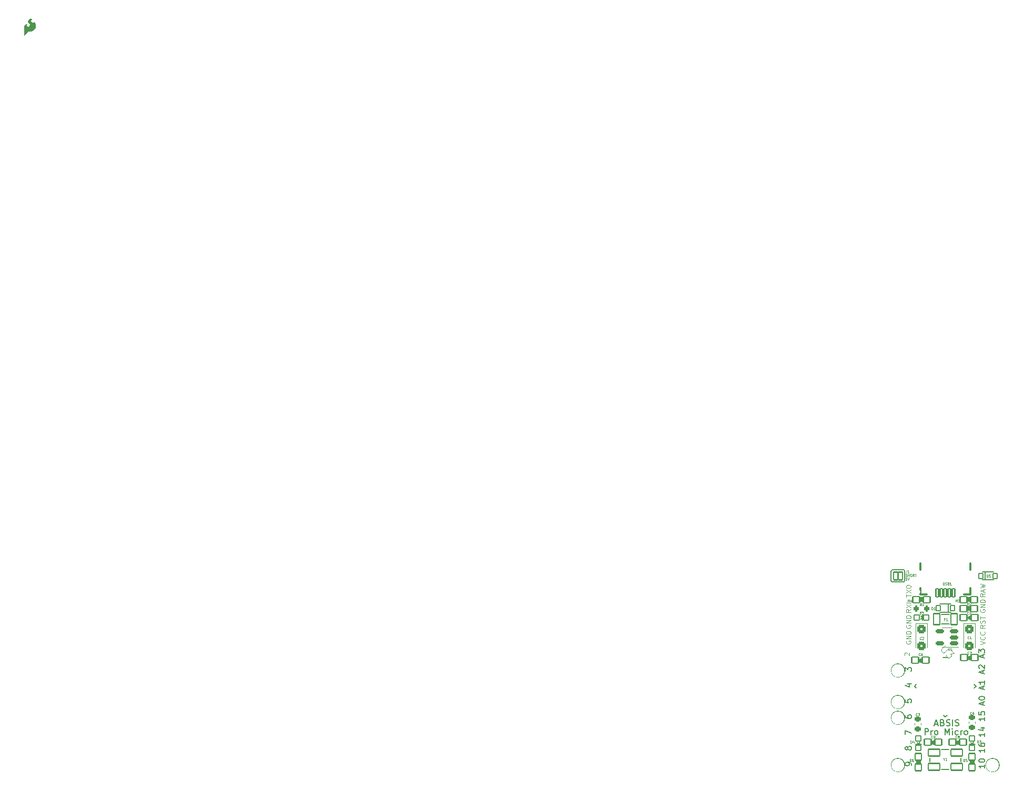
<source format=gbr>
%TF.GenerationSoftware,KiCad,Pcbnew,8.0.4*%
%TF.CreationDate,2024-10-20T10:17:19-04:00*%
%TF.ProjectId,ABSIS_Pro_Micro,41425349-535f-4507-926f-5f4d6963726f,rev?*%
%TF.SameCoordinates,Original*%
%TF.FileFunction,Legend,Top*%
%TF.FilePolarity,Positive*%
%FSLAX46Y46*%
G04 Gerber Fmt 4.6, Leading zero omitted, Abs format (unit mm)*
G04 Created by KiCad (PCBNEW 8.0.4) date 2024-10-20 10:17:19*
%MOMM*%
%LPD*%
G01*
G04 APERTURE LIST*
G04 Aperture macros list*
%AMRoundRect*
0 Rectangle with rounded corners*
0 $1 Rounding radius*
0 $2 $3 $4 $5 $6 $7 $8 $9 X,Y pos of 4 corners*
0 Add a 4 corners polygon primitive as box body*
4,1,4,$2,$3,$4,$5,$6,$7,$8,$9,$2,$3,0*
0 Add four circle primitives for the rounded corners*
1,1,$1+$1,$2,$3*
1,1,$1+$1,$4,$5*
1,1,$1+$1,$6,$7*
1,1,$1+$1,$8,$9*
0 Add four rect primitives between the rounded corners*
20,1,$1+$1,$2,$3,$4,$5,0*
20,1,$1+$1,$4,$5,$6,$7,0*
20,1,$1+$1,$6,$7,$8,$9,0*
20,1,$1+$1,$8,$9,$2,$3,0*%
G04 Aperture macros list end*
%ADD10C,0.254000*%
%ADD11C,0.152400*%
%ADD12C,0.121920*%
%ADD13C,0.032512*%
%ADD14C,0.200000*%
%ADD15C,0.030886*%
%ADD16C,0.101600*%
%ADD17C,0.120000*%
%ADD18C,0.203200*%
%ADD19C,0.000000*%
%ADD20C,0.558800*%
%ADD21C,0.304800*%
%ADD22RoundRect,0.225000X0.250000X-0.225000X0.250000X0.225000X-0.250000X0.225000X-0.250000X-0.225000X0*%
%ADD23RoundRect,0.250000X-0.425000X0.450000X-0.425000X-0.450000X0.425000X-0.450000X0.425000X0.450000X0*%
%ADD24RoundRect,0.200000X-0.200000X-0.275000X0.200000X-0.275000X0.200000X0.275000X-0.200000X0.275000X0*%
%ADD25RoundRect,0.101600X-0.400000X0.400000X-0.400000X-0.400000X0.400000X-0.400000X0.400000X0.400000X0*%
%ADD26RoundRect,0.101600X-0.550000X-0.500000X0.550000X-0.500000X0.550000X0.500000X-0.550000X0.500000X0*%
%ADD27RoundRect,0.101600X0.550000X0.500000X-0.550000X0.500000X-0.550000X-0.500000X0.550000X-0.500000X0*%
%ADD28RoundRect,0.101600X0.500000X-0.550000X0.500000X0.550000X-0.500000X0.550000X-0.500000X-0.550000X0*%
%ADD29RoundRect,0.101600X0.400000X0.400000X-0.400000X0.400000X-0.400000X-0.400000X0.400000X-0.400000X0*%
%ADD30RoundRect,0.150000X0.512500X0.150000X-0.512500X0.150000X-0.512500X-0.150000X0.512500X-0.150000X0*%
%ADD31RoundRect,0.213860X0.230149X-0.176777X-0.176777X0.230149X-0.230149X0.176777X0.176777X-0.230149X0*%
%ADD32RoundRect,0.213860X-0.230149X0.176777X0.176777X-0.230149X0.230149X-0.176777X-0.176777X0.230149X0*%
%ADD33RoundRect,0.213860X0.176777X0.230149X-0.230149X-0.176777X-0.176777X-0.230149X0.230149X0.176777X0*%
%ADD34RoundRect,0.213860X-0.176777X-0.230149X0.230149X0.176777X0.176777X0.230149X-0.230149X-0.176777X0*%
%ADD35RoundRect,0.101600X-0.950000X-0.550000X0.950000X-0.550000X0.950000X0.550000X-0.950000X0.550000X0*%
%ADD36C,0.850000*%
%ADD37RoundRect,0.101600X-0.200000X-0.700000X0.200000X-0.700000X0.200000X0.700000X-0.200000X0.700000X0*%
%ADD38RoundRect,0.419100X-0.000010X-0.000010X0.000010X-0.000010X0.000010X0.000010X-0.000010X0.000010X0*%
%ADD39RoundRect,0.101600X0.500000X0.900000X-0.500000X0.900000X-0.500000X-0.900000X0.500000X-0.900000X0*%
%ADD40RoundRect,0.101600X0.315000X0.415000X-0.315000X0.415000X-0.315000X-0.415000X0.315000X-0.415000X0*%
%ADD41RoundRect,0.101600X0.317500X0.635000X-0.317500X0.635000X-0.317500X-0.635000X0.317500X-0.635000X0*%
%ADD42RoundRect,0.101600X-0.315000X-0.415000X0.315000X-0.415000X0.315000X0.415000X-0.315000X0.415000X0*%
%ADD43C,2.082800*%
G04 APERTURE END LIST*
D10*
X141897100Y-105003600D02*
G75*
G02*
X139865100Y-105003600I-1016000J0D01*
G01*
X139865100Y-105003600D02*
G75*
G02*
X141897100Y-105003600I1016000J0D01*
G01*
X141897100Y-120243600D02*
G75*
G02*
X139865100Y-120243600I-1016000J0D01*
G01*
X139865100Y-120243600D02*
G75*
G02*
X141897100Y-120243600I1016000J0D01*
G01*
X157137100Y-120243600D02*
G75*
G02*
X155105100Y-120243600I-1016000J0D01*
G01*
X155105100Y-120243600D02*
G75*
G02*
X157137100Y-120243600I1016000J0D01*
G01*
X141897100Y-110083600D02*
G75*
G02*
X139865100Y-110083600I-1016000J0D01*
G01*
X139865100Y-110083600D02*
G75*
G02*
X141897100Y-110083600I1016000J0D01*
G01*
X141897100Y-112623600D02*
G75*
G02*
X139865100Y-112623600I-1016000J0D01*
G01*
X139865100Y-112623600D02*
G75*
G02*
X141897100Y-112623600I1016000J0D01*
G01*
D11*
X142489510Y-117616641D02*
X142443548Y-117708565D01*
X142443548Y-117708565D02*
X142397586Y-117754527D01*
X142397586Y-117754527D02*
X142305662Y-117800489D01*
X142305662Y-117800489D02*
X142259700Y-117800489D01*
X142259700Y-117800489D02*
X142167776Y-117754527D01*
X142167776Y-117754527D02*
X142121814Y-117708565D01*
X142121814Y-117708565D02*
X142075852Y-117616641D01*
X142075852Y-117616641D02*
X142075852Y-117432794D01*
X142075852Y-117432794D02*
X142121814Y-117340870D01*
X142121814Y-117340870D02*
X142167776Y-117294908D01*
X142167776Y-117294908D02*
X142259700Y-117248946D01*
X142259700Y-117248946D02*
X142305662Y-117248946D01*
X142305662Y-117248946D02*
X142397586Y-117294908D01*
X142397586Y-117294908D02*
X142443548Y-117340870D01*
X142443548Y-117340870D02*
X142489510Y-117432794D01*
X142489510Y-117432794D02*
X142489510Y-117616641D01*
X142489510Y-117616641D02*
X142535471Y-117708565D01*
X142535471Y-117708565D02*
X142581433Y-117754527D01*
X142581433Y-117754527D02*
X142673357Y-117800489D01*
X142673357Y-117800489D02*
X142857205Y-117800489D01*
X142857205Y-117800489D02*
X142949129Y-117754527D01*
X142949129Y-117754527D02*
X142995091Y-117708565D01*
X142995091Y-117708565D02*
X143041052Y-117616641D01*
X143041052Y-117616641D02*
X143041052Y-117432794D01*
X143041052Y-117432794D02*
X142995091Y-117340870D01*
X142995091Y-117340870D02*
X142949129Y-117294908D01*
X142949129Y-117294908D02*
X142857205Y-117248946D01*
X142857205Y-117248946D02*
X142673357Y-117248946D01*
X142673357Y-117248946D02*
X142581433Y-117294908D01*
X142581433Y-117294908D02*
X142535471Y-117340870D01*
X142535471Y-117340870D02*
X142489510Y-117432794D01*
X142075852Y-112260870D02*
X142075852Y-112444717D01*
X142075852Y-112444717D02*
X142121814Y-112536641D01*
X142121814Y-112536641D02*
X142167776Y-112582603D01*
X142167776Y-112582603D02*
X142305662Y-112674527D01*
X142305662Y-112674527D02*
X142489510Y-112720489D01*
X142489510Y-112720489D02*
X142857205Y-112720489D01*
X142857205Y-112720489D02*
X142949129Y-112674527D01*
X142949129Y-112674527D02*
X142995091Y-112628565D01*
X142995091Y-112628565D02*
X143041052Y-112536641D01*
X143041052Y-112536641D02*
X143041052Y-112352794D01*
X143041052Y-112352794D02*
X142995091Y-112260870D01*
X142995091Y-112260870D02*
X142949129Y-112214908D01*
X142949129Y-112214908D02*
X142857205Y-112168946D01*
X142857205Y-112168946D02*
X142627395Y-112168946D01*
X142627395Y-112168946D02*
X142535471Y-112214908D01*
X142535471Y-112214908D02*
X142489510Y-112260870D01*
X142489510Y-112260870D02*
X142443548Y-112352794D01*
X142443548Y-112352794D02*
X142443548Y-112536641D01*
X142443548Y-112536641D02*
X142489510Y-112628565D01*
X142489510Y-112628565D02*
X142535471Y-112674527D01*
X142535471Y-112674527D02*
X142627395Y-112720489D01*
X143041052Y-120248565D02*
X143041052Y-120064717D01*
X143041052Y-120064717D02*
X142995091Y-119972794D01*
X142995091Y-119972794D02*
X142949129Y-119926832D01*
X142949129Y-119926832D02*
X142811243Y-119834908D01*
X142811243Y-119834908D02*
X142627395Y-119788946D01*
X142627395Y-119788946D02*
X142259700Y-119788946D01*
X142259700Y-119788946D02*
X142167776Y-119834908D01*
X142167776Y-119834908D02*
X142121814Y-119880870D01*
X142121814Y-119880870D02*
X142075852Y-119972794D01*
X142075852Y-119972794D02*
X142075852Y-120156641D01*
X142075852Y-120156641D02*
X142121814Y-120248565D01*
X142121814Y-120248565D02*
X142167776Y-120294527D01*
X142167776Y-120294527D02*
X142259700Y-120340489D01*
X142259700Y-120340489D02*
X142489510Y-120340489D01*
X142489510Y-120340489D02*
X142581433Y-120294527D01*
X142581433Y-120294527D02*
X142627395Y-120248565D01*
X142627395Y-120248565D02*
X142673357Y-120156641D01*
X142673357Y-120156641D02*
X142673357Y-119972794D01*
X142673357Y-119972794D02*
X142627395Y-119880870D01*
X142627395Y-119880870D02*
X142581433Y-119834908D01*
X142581433Y-119834908D02*
X142489510Y-119788946D01*
X142075852Y-115306451D02*
X142075852Y-114662984D01*
X142075852Y-114662984D02*
X143041052Y-115076641D01*
X142075852Y-109674908D02*
X142075852Y-110134527D01*
X142075852Y-110134527D02*
X142535471Y-110180489D01*
X142535471Y-110180489D02*
X142489510Y-110134527D01*
X142489510Y-110134527D02*
X142443548Y-110042603D01*
X142443548Y-110042603D02*
X142443548Y-109812794D01*
X142443548Y-109812794D02*
X142489510Y-109720870D01*
X142489510Y-109720870D02*
X142535471Y-109674908D01*
X142535471Y-109674908D02*
X142627395Y-109628946D01*
X142627395Y-109628946D02*
X142857205Y-109628946D01*
X142857205Y-109628946D02*
X142949129Y-109674908D01*
X142949129Y-109674908D02*
X142995091Y-109720870D01*
X142995091Y-109720870D02*
X143041052Y-109812794D01*
X143041052Y-109812794D02*
X143041052Y-110042603D01*
X143041052Y-110042603D02*
X142995091Y-110134527D01*
X142995091Y-110134527D02*
X142949129Y-110180489D01*
X142397586Y-107180870D02*
X143041052Y-107180870D01*
X142029891Y-107410679D02*
X142719319Y-107640489D01*
X142719319Y-107640489D02*
X142719319Y-107042984D01*
X154852052Y-112549946D02*
X154852052Y-113101489D01*
X154852052Y-112825717D02*
X153886852Y-112825717D01*
X153886852Y-112825717D02*
X154024738Y-112917641D01*
X154024738Y-112917641D02*
X154116662Y-113009565D01*
X154116662Y-113009565D02*
X154162624Y-113101489D01*
X153886852Y-111676670D02*
X153886852Y-112136289D01*
X153886852Y-112136289D02*
X154346471Y-112182251D01*
X154346471Y-112182251D02*
X154300510Y-112136289D01*
X154300510Y-112136289D02*
X154254548Y-112044365D01*
X154254548Y-112044365D02*
X154254548Y-111814556D01*
X154254548Y-111814556D02*
X154300510Y-111722632D01*
X154300510Y-111722632D02*
X154346471Y-111676670D01*
X154346471Y-111676670D02*
X154438395Y-111630708D01*
X154438395Y-111630708D02*
X154668205Y-111630708D01*
X154668205Y-111630708D02*
X154760129Y-111676670D01*
X154760129Y-111676670D02*
X154806091Y-111722632D01*
X154806091Y-111722632D02*
X154852052Y-111814556D01*
X154852052Y-111814556D02*
X154852052Y-112044365D01*
X154852052Y-112044365D02*
X154806091Y-112136289D01*
X154806091Y-112136289D02*
X154760129Y-112182251D01*
D12*
X154877262Y-97694308D02*
X154509567Y-97951694D01*
X154877262Y-98135542D02*
X154105102Y-98135542D01*
X154105102Y-98135542D02*
X154105102Y-97841386D01*
X154105102Y-97841386D02*
X154141872Y-97767847D01*
X154141872Y-97767847D02*
X154178641Y-97731077D01*
X154178641Y-97731077D02*
X154252180Y-97694308D01*
X154252180Y-97694308D02*
X154362489Y-97694308D01*
X154362489Y-97694308D02*
X154436028Y-97731077D01*
X154436028Y-97731077D02*
X154472797Y-97767847D01*
X154472797Y-97767847D02*
X154509567Y-97841386D01*
X154509567Y-97841386D02*
X154509567Y-98135542D01*
X154840493Y-97400151D02*
X154877262Y-97289843D01*
X154877262Y-97289843D02*
X154877262Y-97105995D01*
X154877262Y-97105995D02*
X154840493Y-97032456D01*
X154840493Y-97032456D02*
X154803723Y-96995687D01*
X154803723Y-96995687D02*
X154730184Y-96958917D01*
X154730184Y-96958917D02*
X154656645Y-96958917D01*
X154656645Y-96958917D02*
X154583106Y-96995687D01*
X154583106Y-96995687D02*
X154546336Y-97032456D01*
X154546336Y-97032456D02*
X154509567Y-97105995D01*
X154509567Y-97105995D02*
X154472797Y-97253073D01*
X154472797Y-97253073D02*
X154436028Y-97326612D01*
X154436028Y-97326612D02*
X154399258Y-97363382D01*
X154399258Y-97363382D02*
X154325719Y-97400151D01*
X154325719Y-97400151D02*
X154252180Y-97400151D01*
X154252180Y-97400151D02*
X154178641Y-97363382D01*
X154178641Y-97363382D02*
X154141872Y-97326612D01*
X154141872Y-97326612D02*
X154105102Y-97253073D01*
X154105102Y-97253073D02*
X154105102Y-97069226D01*
X154105102Y-97069226D02*
X154141872Y-96958917D01*
X154105102Y-96738300D02*
X154105102Y-96297066D01*
X154877262Y-96517683D02*
X154105102Y-96517683D01*
D11*
X154576281Y-102941489D02*
X154576281Y-102481870D01*
X154852052Y-103033413D02*
X153886852Y-102711679D01*
X153886852Y-102711679D02*
X154852052Y-102389946D01*
X153886852Y-102160137D02*
X153886852Y-101562632D01*
X153886852Y-101562632D02*
X154254548Y-101884365D01*
X154254548Y-101884365D02*
X154254548Y-101746480D01*
X154254548Y-101746480D02*
X154300510Y-101654556D01*
X154300510Y-101654556D02*
X154346471Y-101608594D01*
X154346471Y-101608594D02*
X154438395Y-101562632D01*
X154438395Y-101562632D02*
X154668205Y-101562632D01*
X154668205Y-101562632D02*
X154760129Y-101608594D01*
X154760129Y-101608594D02*
X154806091Y-101654556D01*
X154806091Y-101654556D02*
X154852052Y-101746480D01*
X154852052Y-101746480D02*
X154852052Y-102022251D01*
X154852052Y-102022251D02*
X154806091Y-102114175D01*
X154806091Y-102114175D02*
X154760129Y-102160137D01*
X154852052Y-120169946D02*
X154852052Y-120721489D01*
X154852052Y-120445717D02*
X153886852Y-120445717D01*
X153886852Y-120445717D02*
X154024738Y-120537641D01*
X154024738Y-120537641D02*
X154116662Y-120629565D01*
X154116662Y-120629565D02*
X154162624Y-120721489D01*
X153886852Y-119572441D02*
X153886852Y-119480518D01*
X153886852Y-119480518D02*
X153932814Y-119388594D01*
X153932814Y-119388594D02*
X153978776Y-119342632D01*
X153978776Y-119342632D02*
X154070700Y-119296670D01*
X154070700Y-119296670D02*
X154254548Y-119250708D01*
X154254548Y-119250708D02*
X154484357Y-119250708D01*
X154484357Y-119250708D02*
X154668205Y-119296670D01*
X154668205Y-119296670D02*
X154760129Y-119342632D01*
X154760129Y-119342632D02*
X154806091Y-119388594D01*
X154806091Y-119388594D02*
X154852052Y-119480518D01*
X154852052Y-119480518D02*
X154852052Y-119572441D01*
X154852052Y-119572441D02*
X154806091Y-119664365D01*
X154806091Y-119664365D02*
X154760129Y-119710327D01*
X154760129Y-119710327D02*
X154668205Y-119756289D01*
X154668205Y-119756289D02*
X154484357Y-119802251D01*
X154484357Y-119802251D02*
X154254548Y-119802251D01*
X154254548Y-119802251D02*
X154070700Y-119756289D01*
X154070700Y-119756289D02*
X153978776Y-119710327D01*
X153978776Y-119710327D02*
X153932814Y-119664365D01*
X153932814Y-119664365D02*
X153886852Y-119572441D01*
D12*
X142203872Y-97731077D02*
X142167102Y-97804616D01*
X142167102Y-97804616D02*
X142167102Y-97914925D01*
X142167102Y-97914925D02*
X142203872Y-98025233D01*
X142203872Y-98025233D02*
X142277411Y-98098772D01*
X142277411Y-98098772D02*
X142350950Y-98135542D01*
X142350950Y-98135542D02*
X142498028Y-98172311D01*
X142498028Y-98172311D02*
X142608336Y-98172311D01*
X142608336Y-98172311D02*
X142755414Y-98135542D01*
X142755414Y-98135542D02*
X142828953Y-98098772D01*
X142828953Y-98098772D02*
X142902493Y-98025233D01*
X142902493Y-98025233D02*
X142939262Y-97914925D01*
X142939262Y-97914925D02*
X142939262Y-97841386D01*
X142939262Y-97841386D02*
X142902493Y-97731077D01*
X142902493Y-97731077D02*
X142865723Y-97694308D01*
X142865723Y-97694308D02*
X142608336Y-97694308D01*
X142608336Y-97694308D02*
X142608336Y-97841386D01*
X142939262Y-97363382D02*
X142167102Y-97363382D01*
X142167102Y-97363382D02*
X142939262Y-96922148D01*
X142939262Y-96922148D02*
X142167102Y-96922148D01*
X142939262Y-96554452D02*
X142167102Y-96554452D01*
X142167102Y-96554452D02*
X142167102Y-96370604D01*
X142167102Y-96370604D02*
X142203872Y-96260296D01*
X142203872Y-96260296D02*
X142277411Y-96186757D01*
X142277411Y-96186757D02*
X142350950Y-96149987D01*
X142350950Y-96149987D02*
X142498028Y-96113218D01*
X142498028Y-96113218D02*
X142608336Y-96113218D01*
X142608336Y-96113218D02*
X142755414Y-96149987D01*
X142755414Y-96149987D02*
X142828953Y-96186757D01*
X142828953Y-96186757D02*
X142902493Y-96260296D01*
X142902493Y-96260296D02*
X142939262Y-96370604D01*
X142939262Y-96370604D02*
X142939262Y-96554452D01*
D11*
X145219958Y-115363494D02*
X145219958Y-114363494D01*
X145219958Y-114363494D02*
X145600910Y-114363494D01*
X145600910Y-114363494D02*
X145696148Y-114411113D01*
X145696148Y-114411113D02*
X145743767Y-114458732D01*
X145743767Y-114458732D02*
X145791386Y-114553970D01*
X145791386Y-114553970D02*
X145791386Y-114696827D01*
X145791386Y-114696827D02*
X145743767Y-114792065D01*
X145743767Y-114792065D02*
X145696148Y-114839684D01*
X145696148Y-114839684D02*
X145600910Y-114887303D01*
X145600910Y-114887303D02*
X145219958Y-114887303D01*
X146219958Y-115363494D02*
X146219958Y-114696827D01*
X146219958Y-114887303D02*
X146267577Y-114792065D01*
X146267577Y-114792065D02*
X146315196Y-114744446D01*
X146315196Y-114744446D02*
X146410434Y-114696827D01*
X146410434Y-114696827D02*
X146505672Y-114696827D01*
X146981863Y-115363494D02*
X146886625Y-115315875D01*
X146886625Y-115315875D02*
X146839006Y-115268255D01*
X146839006Y-115268255D02*
X146791387Y-115173017D01*
X146791387Y-115173017D02*
X146791387Y-114887303D01*
X146791387Y-114887303D02*
X146839006Y-114792065D01*
X146839006Y-114792065D02*
X146886625Y-114744446D01*
X146886625Y-114744446D02*
X146981863Y-114696827D01*
X146981863Y-114696827D02*
X147124720Y-114696827D01*
X147124720Y-114696827D02*
X147219958Y-114744446D01*
X147219958Y-114744446D02*
X147267577Y-114792065D01*
X147267577Y-114792065D02*
X147315196Y-114887303D01*
X147315196Y-114887303D02*
X147315196Y-115173017D01*
X147315196Y-115173017D02*
X147267577Y-115268255D01*
X147267577Y-115268255D02*
X147219958Y-115315875D01*
X147219958Y-115315875D02*
X147124720Y-115363494D01*
X147124720Y-115363494D02*
X146981863Y-115363494D01*
X148505673Y-115363494D02*
X148505673Y-114363494D01*
X148505673Y-114363494D02*
X148839006Y-115077779D01*
X148839006Y-115077779D02*
X149172339Y-114363494D01*
X149172339Y-114363494D02*
X149172339Y-115363494D01*
X149648530Y-115363494D02*
X149648530Y-114696827D01*
X149648530Y-114363494D02*
X149600911Y-114411113D01*
X149600911Y-114411113D02*
X149648530Y-114458732D01*
X149648530Y-114458732D02*
X149696149Y-114411113D01*
X149696149Y-114411113D02*
X149648530Y-114363494D01*
X149648530Y-114363494D02*
X149648530Y-114458732D01*
X150553291Y-115315875D02*
X150458053Y-115363494D01*
X150458053Y-115363494D02*
X150267577Y-115363494D01*
X150267577Y-115363494D02*
X150172339Y-115315875D01*
X150172339Y-115315875D02*
X150124720Y-115268255D01*
X150124720Y-115268255D02*
X150077101Y-115173017D01*
X150077101Y-115173017D02*
X150077101Y-114887303D01*
X150077101Y-114887303D02*
X150124720Y-114792065D01*
X150124720Y-114792065D02*
X150172339Y-114744446D01*
X150172339Y-114744446D02*
X150267577Y-114696827D01*
X150267577Y-114696827D02*
X150458053Y-114696827D01*
X150458053Y-114696827D02*
X150553291Y-114744446D01*
X150981863Y-115363494D02*
X150981863Y-114696827D01*
X150981863Y-114887303D02*
X151029482Y-114792065D01*
X151029482Y-114792065D02*
X151077101Y-114744446D01*
X151077101Y-114744446D02*
X151172339Y-114696827D01*
X151172339Y-114696827D02*
X151267577Y-114696827D01*
X151743768Y-115363494D02*
X151648530Y-115315875D01*
X151648530Y-115315875D02*
X151600911Y-115268255D01*
X151600911Y-115268255D02*
X151553292Y-115173017D01*
X151553292Y-115173017D02*
X151553292Y-114887303D01*
X151553292Y-114887303D02*
X151600911Y-114792065D01*
X151600911Y-114792065D02*
X151648530Y-114744446D01*
X151648530Y-114744446D02*
X151743768Y-114696827D01*
X151743768Y-114696827D02*
X151886625Y-114696827D01*
X151886625Y-114696827D02*
X151981863Y-114744446D01*
X151981863Y-114744446D02*
X152029482Y-114792065D01*
X152029482Y-114792065D02*
X152077101Y-114887303D01*
X152077101Y-114887303D02*
X152077101Y-115173017D01*
X152077101Y-115173017D02*
X152029482Y-115268255D01*
X152029482Y-115268255D02*
X151981863Y-115315875D01*
X151981863Y-115315875D02*
X151886625Y-115363494D01*
X151886625Y-115363494D02*
X151743768Y-115363494D01*
X154576281Y-108021489D02*
X154576281Y-107561870D01*
X154852052Y-108113413D02*
X153886852Y-107791679D01*
X153886852Y-107791679D02*
X154852052Y-107469946D01*
X154852052Y-106642632D02*
X154852052Y-107194175D01*
X154852052Y-106918403D02*
X153886852Y-106918403D01*
X153886852Y-106918403D02*
X154024738Y-107010327D01*
X154024738Y-107010327D02*
X154116662Y-107102251D01*
X154116662Y-107102251D02*
X154162624Y-107194175D01*
D12*
X154105102Y-100785850D02*
X154877262Y-100528464D01*
X154877262Y-100528464D02*
X154105102Y-100271077D01*
X154803723Y-99572457D02*
X154840493Y-99609226D01*
X154840493Y-99609226D02*
X154877262Y-99719535D01*
X154877262Y-99719535D02*
X154877262Y-99793074D01*
X154877262Y-99793074D02*
X154840493Y-99903382D01*
X154840493Y-99903382D02*
X154766953Y-99976921D01*
X154766953Y-99976921D02*
X154693414Y-100013691D01*
X154693414Y-100013691D02*
X154546336Y-100050460D01*
X154546336Y-100050460D02*
X154436028Y-100050460D01*
X154436028Y-100050460D02*
X154288950Y-100013691D01*
X154288950Y-100013691D02*
X154215411Y-99976921D01*
X154215411Y-99976921D02*
X154141872Y-99903382D01*
X154141872Y-99903382D02*
X154105102Y-99793074D01*
X154105102Y-99793074D02*
X154105102Y-99719535D01*
X154105102Y-99719535D02*
X154141872Y-99609226D01*
X154141872Y-99609226D02*
X154178641Y-99572457D01*
X154803723Y-98800297D02*
X154840493Y-98837066D01*
X154840493Y-98837066D02*
X154877262Y-98947375D01*
X154877262Y-98947375D02*
X154877262Y-99020914D01*
X154877262Y-99020914D02*
X154840493Y-99131222D01*
X154840493Y-99131222D02*
X154766953Y-99204761D01*
X154766953Y-99204761D02*
X154693414Y-99241531D01*
X154693414Y-99241531D02*
X154546336Y-99278300D01*
X154546336Y-99278300D02*
X154436028Y-99278300D01*
X154436028Y-99278300D02*
X154288950Y-99241531D01*
X154288950Y-99241531D02*
X154215411Y-99204761D01*
X154215411Y-99204761D02*
X154141872Y-99131222D01*
X154141872Y-99131222D02*
X154105102Y-99020914D01*
X154105102Y-99020914D02*
X154105102Y-98947375D01*
X154105102Y-98947375D02*
X154141872Y-98837066D01*
X154141872Y-98837066D02*
X154178641Y-98800297D01*
D11*
X154576281Y-110561489D02*
X154576281Y-110101870D01*
X154852052Y-110653413D02*
X153886852Y-110331679D01*
X153886852Y-110331679D02*
X154852052Y-110009946D01*
X153886852Y-109504365D02*
X153886852Y-109412442D01*
X153886852Y-109412442D02*
X153932814Y-109320518D01*
X153932814Y-109320518D02*
X153978776Y-109274556D01*
X153978776Y-109274556D02*
X154070700Y-109228594D01*
X154070700Y-109228594D02*
X154254548Y-109182632D01*
X154254548Y-109182632D02*
X154484357Y-109182632D01*
X154484357Y-109182632D02*
X154668205Y-109228594D01*
X154668205Y-109228594D02*
X154760129Y-109274556D01*
X154760129Y-109274556D02*
X154806091Y-109320518D01*
X154806091Y-109320518D02*
X154852052Y-109412442D01*
X154852052Y-109412442D02*
X154852052Y-109504365D01*
X154852052Y-109504365D02*
X154806091Y-109596289D01*
X154806091Y-109596289D02*
X154760129Y-109642251D01*
X154760129Y-109642251D02*
X154668205Y-109688213D01*
X154668205Y-109688213D02*
X154484357Y-109734175D01*
X154484357Y-109734175D02*
X154254548Y-109734175D01*
X154254548Y-109734175D02*
X154070700Y-109688213D01*
X154070700Y-109688213D02*
X153978776Y-109642251D01*
X153978776Y-109642251D02*
X153932814Y-109596289D01*
X153932814Y-109596289D02*
X153886852Y-109504365D01*
D12*
X141991719Y-102569052D02*
X141954950Y-102532283D01*
X141954950Y-102532283D02*
X141918180Y-102458744D01*
X141918180Y-102458744D02*
X141918180Y-102274896D01*
X141918180Y-102274896D02*
X141954950Y-102201357D01*
X141954950Y-102201357D02*
X141991719Y-102164588D01*
X141991719Y-102164588D02*
X142065258Y-102127818D01*
X142065258Y-102127818D02*
X142138797Y-102127818D01*
X142138797Y-102127818D02*
X142249106Y-102164588D01*
X142249106Y-102164588D02*
X142690340Y-102605822D01*
X142690340Y-102605822D02*
X142690340Y-102127818D01*
D11*
X154852052Y-115089946D02*
X154852052Y-115641489D01*
X154852052Y-115365717D02*
X153886852Y-115365717D01*
X153886852Y-115365717D02*
X154024738Y-115457641D01*
X154024738Y-115457641D02*
X154116662Y-115549565D01*
X154116662Y-115549565D02*
X154162624Y-115641489D01*
X154208586Y-114262632D02*
X154852052Y-114262632D01*
X153840891Y-114492441D02*
X154530319Y-114722251D01*
X154530319Y-114722251D02*
X154530319Y-114124746D01*
D13*
X142260421Y-88871380D02*
X142260421Y-89147152D01*
X142260421Y-89147152D02*
X142242036Y-89202306D01*
X142242036Y-89202306D02*
X142205267Y-89239076D01*
X142205267Y-89239076D02*
X142150112Y-89257460D01*
X142150112Y-89257460D02*
X142113343Y-89257460D01*
X142646501Y-89257460D02*
X142425884Y-89257460D01*
X142536192Y-89257460D02*
X142536192Y-88871380D01*
X142536192Y-88871380D02*
X142499423Y-88926535D01*
X142499423Y-88926535D02*
X142462653Y-88963304D01*
X142462653Y-88963304D02*
X142425884Y-88981689D01*
D12*
X154877262Y-92614308D02*
X154509567Y-92871694D01*
X154877262Y-93055542D02*
X154105102Y-93055542D01*
X154105102Y-93055542D02*
X154105102Y-92761386D01*
X154105102Y-92761386D02*
X154141872Y-92687847D01*
X154141872Y-92687847D02*
X154178641Y-92651077D01*
X154178641Y-92651077D02*
X154252180Y-92614308D01*
X154252180Y-92614308D02*
X154362489Y-92614308D01*
X154362489Y-92614308D02*
X154436028Y-92651077D01*
X154436028Y-92651077D02*
X154472797Y-92687847D01*
X154472797Y-92687847D02*
X154509567Y-92761386D01*
X154509567Y-92761386D02*
X154509567Y-93055542D01*
X154656645Y-92320151D02*
X154656645Y-91952456D01*
X154877262Y-92393690D02*
X154105102Y-92136304D01*
X154105102Y-92136304D02*
X154877262Y-91878917D01*
X154105102Y-91695070D02*
X154877262Y-91511222D01*
X154877262Y-91511222D02*
X154325719Y-91364144D01*
X154325719Y-91364144D02*
X154877262Y-91217066D01*
X154877262Y-91217066D02*
X154105102Y-91033219D01*
X142203872Y-100271077D02*
X142167102Y-100344616D01*
X142167102Y-100344616D02*
X142167102Y-100454925D01*
X142167102Y-100454925D02*
X142203872Y-100565233D01*
X142203872Y-100565233D02*
X142277411Y-100638772D01*
X142277411Y-100638772D02*
X142350950Y-100675542D01*
X142350950Y-100675542D02*
X142498028Y-100712311D01*
X142498028Y-100712311D02*
X142608336Y-100712311D01*
X142608336Y-100712311D02*
X142755414Y-100675542D01*
X142755414Y-100675542D02*
X142828953Y-100638772D01*
X142828953Y-100638772D02*
X142902493Y-100565233D01*
X142902493Y-100565233D02*
X142939262Y-100454925D01*
X142939262Y-100454925D02*
X142939262Y-100381386D01*
X142939262Y-100381386D02*
X142902493Y-100271077D01*
X142902493Y-100271077D02*
X142865723Y-100234308D01*
X142865723Y-100234308D02*
X142608336Y-100234308D01*
X142608336Y-100234308D02*
X142608336Y-100381386D01*
X142939262Y-99903382D02*
X142167102Y-99903382D01*
X142167102Y-99903382D02*
X142939262Y-99462148D01*
X142939262Y-99462148D02*
X142167102Y-99462148D01*
X142939262Y-99094452D02*
X142167102Y-99094452D01*
X142167102Y-99094452D02*
X142167102Y-98910604D01*
X142167102Y-98910604D02*
X142203872Y-98800296D01*
X142203872Y-98800296D02*
X142277411Y-98726757D01*
X142277411Y-98726757D02*
X142350950Y-98689987D01*
X142350950Y-98689987D02*
X142498028Y-98653218D01*
X142498028Y-98653218D02*
X142608336Y-98653218D01*
X142608336Y-98653218D02*
X142755414Y-98689987D01*
X142755414Y-98689987D02*
X142828953Y-98726757D01*
X142828953Y-98726757D02*
X142902493Y-98800296D01*
X142902493Y-98800296D02*
X142939262Y-98910604D01*
X142939262Y-98910604D02*
X142939262Y-99094452D01*
D11*
X154576281Y-105481489D02*
X154576281Y-105021870D01*
X154852052Y-105573413D02*
X153886852Y-105251679D01*
X153886852Y-105251679D02*
X154852052Y-104929946D01*
X153978776Y-104654175D02*
X153932814Y-104608213D01*
X153932814Y-104608213D02*
X153886852Y-104516289D01*
X153886852Y-104516289D02*
X153886852Y-104286480D01*
X153886852Y-104286480D02*
X153932814Y-104194556D01*
X153932814Y-104194556D02*
X153978776Y-104148594D01*
X153978776Y-104148594D02*
X154070700Y-104102632D01*
X154070700Y-104102632D02*
X154162624Y-104102632D01*
X154162624Y-104102632D02*
X154300510Y-104148594D01*
X154300510Y-104148594D02*
X154852052Y-104700137D01*
X154852052Y-104700137D02*
X154852052Y-104102632D01*
X154852052Y-117629946D02*
X154852052Y-118181489D01*
X154852052Y-117905717D02*
X153886852Y-117905717D01*
X153886852Y-117905717D02*
X154024738Y-117997641D01*
X154024738Y-117997641D02*
X154116662Y-118089565D01*
X154116662Y-118089565D02*
X154162624Y-118181489D01*
X153886852Y-116802632D02*
X153886852Y-116986479D01*
X153886852Y-116986479D02*
X153932814Y-117078403D01*
X153932814Y-117078403D02*
X153978776Y-117124365D01*
X153978776Y-117124365D02*
X154116662Y-117216289D01*
X154116662Y-117216289D02*
X154300510Y-117262251D01*
X154300510Y-117262251D02*
X154668205Y-117262251D01*
X154668205Y-117262251D02*
X154760129Y-117216289D01*
X154760129Y-117216289D02*
X154806091Y-117170327D01*
X154806091Y-117170327D02*
X154852052Y-117078403D01*
X154852052Y-117078403D02*
X154852052Y-116894556D01*
X154852052Y-116894556D02*
X154806091Y-116802632D01*
X154806091Y-116802632D02*
X154760129Y-116756670D01*
X154760129Y-116756670D02*
X154668205Y-116710708D01*
X154668205Y-116710708D02*
X154438395Y-116710708D01*
X154438395Y-116710708D02*
X154346471Y-116756670D01*
X154346471Y-116756670D02*
X154300510Y-116802632D01*
X154300510Y-116802632D02*
X154254548Y-116894556D01*
X154254548Y-116894556D02*
X154254548Y-117078403D01*
X154254548Y-117078403D02*
X154300510Y-117170327D01*
X154300510Y-117170327D02*
X154346471Y-117216289D01*
X154346471Y-117216289D02*
X154438395Y-117262251D01*
D12*
X154141872Y-95191077D02*
X154105102Y-95264616D01*
X154105102Y-95264616D02*
X154105102Y-95374925D01*
X154105102Y-95374925D02*
X154141872Y-95485233D01*
X154141872Y-95485233D02*
X154215411Y-95558772D01*
X154215411Y-95558772D02*
X154288950Y-95595542D01*
X154288950Y-95595542D02*
X154436028Y-95632311D01*
X154436028Y-95632311D02*
X154546336Y-95632311D01*
X154546336Y-95632311D02*
X154693414Y-95595542D01*
X154693414Y-95595542D02*
X154766953Y-95558772D01*
X154766953Y-95558772D02*
X154840493Y-95485233D01*
X154840493Y-95485233D02*
X154877262Y-95374925D01*
X154877262Y-95374925D02*
X154877262Y-95301386D01*
X154877262Y-95301386D02*
X154840493Y-95191077D01*
X154840493Y-95191077D02*
X154803723Y-95154308D01*
X154803723Y-95154308D02*
X154546336Y-95154308D01*
X154546336Y-95154308D02*
X154546336Y-95301386D01*
X154877262Y-94823382D02*
X154105102Y-94823382D01*
X154105102Y-94823382D02*
X154877262Y-94382148D01*
X154877262Y-94382148D02*
X154105102Y-94382148D01*
X154877262Y-94014452D02*
X154105102Y-94014452D01*
X154105102Y-94014452D02*
X154105102Y-93830604D01*
X154105102Y-93830604D02*
X154141872Y-93720296D01*
X154141872Y-93720296D02*
X154215411Y-93646757D01*
X154215411Y-93646757D02*
X154288950Y-93609987D01*
X154288950Y-93609987D02*
X154436028Y-93573218D01*
X154436028Y-93573218D02*
X154546336Y-93573218D01*
X154546336Y-93573218D02*
X154693414Y-93609987D01*
X154693414Y-93609987D02*
X154766953Y-93646757D01*
X154766953Y-93646757D02*
X154840493Y-93720296D01*
X154840493Y-93720296D02*
X154877262Y-93830604D01*
X154877262Y-93830604D02*
X154877262Y-94014452D01*
D11*
X142075852Y-105146451D02*
X142075852Y-104548946D01*
X142075852Y-104548946D02*
X142443548Y-104870679D01*
X142443548Y-104870679D02*
X142443548Y-104732794D01*
X142443548Y-104732794D02*
X142489510Y-104640870D01*
X142489510Y-104640870D02*
X142535471Y-104594908D01*
X142535471Y-104594908D02*
X142627395Y-104548946D01*
X142627395Y-104548946D02*
X142857205Y-104548946D01*
X142857205Y-104548946D02*
X142949129Y-104594908D01*
X142949129Y-104594908D02*
X142995091Y-104640870D01*
X142995091Y-104640870D02*
X143041052Y-104732794D01*
X143041052Y-104732794D02*
X143041052Y-105008565D01*
X143041052Y-105008565D02*
X142995091Y-105100489D01*
X142995091Y-105100489D02*
X142949129Y-105146451D01*
D12*
X142939262Y-95154308D02*
X142571567Y-95411694D01*
X142939262Y-95595542D02*
X142167102Y-95595542D01*
X142167102Y-95595542D02*
X142167102Y-95301386D01*
X142167102Y-95301386D02*
X142203872Y-95227847D01*
X142203872Y-95227847D02*
X142240641Y-95191077D01*
X142240641Y-95191077D02*
X142314180Y-95154308D01*
X142314180Y-95154308D02*
X142424489Y-95154308D01*
X142424489Y-95154308D02*
X142498028Y-95191077D01*
X142498028Y-95191077D02*
X142534797Y-95227847D01*
X142534797Y-95227847D02*
X142571567Y-95301386D01*
X142571567Y-95301386D02*
X142571567Y-95595542D01*
X142167102Y-94896921D02*
X142939262Y-94382148D01*
X142167102Y-94382148D02*
X142939262Y-94896921D01*
X142939262Y-94087992D02*
X142167102Y-94087992D01*
X142167102Y-93165850D02*
X142167102Y-92724616D01*
X142939262Y-92945233D02*
X142167102Y-92945233D01*
X142167102Y-92540769D02*
X142939262Y-92025996D01*
X142167102Y-92025996D02*
X142939262Y-92540769D01*
X142167102Y-91584762D02*
X142167102Y-91437684D01*
X142167102Y-91437684D02*
X142203872Y-91364145D01*
X142203872Y-91364145D02*
X142277411Y-91290606D01*
X142277411Y-91290606D02*
X142424489Y-91253836D01*
X142424489Y-91253836D02*
X142681875Y-91253836D01*
X142681875Y-91253836D02*
X142828953Y-91290606D01*
X142828953Y-91290606D02*
X142902493Y-91364145D01*
X142902493Y-91364145D02*
X142939262Y-91437684D01*
X142939262Y-91437684D02*
X142939262Y-91584762D01*
X142939262Y-91584762D02*
X142902493Y-91658301D01*
X142902493Y-91658301D02*
X142828953Y-91731840D01*
X142828953Y-91731840D02*
X142681875Y-91768609D01*
X142681875Y-91768609D02*
X142424489Y-91768609D01*
X142424489Y-91768609D02*
X142277411Y-91731840D01*
X142277411Y-91731840D02*
X142203872Y-91658301D01*
X142203872Y-91658301D02*
X142167102Y-91584762D01*
D14*
X146829254Y-113627504D02*
X147305444Y-113627504D01*
X146734016Y-113913219D02*
X147067349Y-112913219D01*
X147067349Y-112913219D02*
X147400682Y-113913219D01*
X148067349Y-113389409D02*
X148210206Y-113437028D01*
X148210206Y-113437028D02*
X148257825Y-113484647D01*
X148257825Y-113484647D02*
X148305444Y-113579885D01*
X148305444Y-113579885D02*
X148305444Y-113722742D01*
X148305444Y-113722742D02*
X148257825Y-113817980D01*
X148257825Y-113817980D02*
X148210206Y-113865600D01*
X148210206Y-113865600D02*
X148114968Y-113913219D01*
X148114968Y-113913219D02*
X147734016Y-113913219D01*
X147734016Y-113913219D02*
X147734016Y-112913219D01*
X147734016Y-112913219D02*
X148067349Y-112913219D01*
X148067349Y-112913219D02*
X148162587Y-112960838D01*
X148162587Y-112960838D02*
X148210206Y-113008457D01*
X148210206Y-113008457D02*
X148257825Y-113103695D01*
X148257825Y-113103695D02*
X148257825Y-113198933D01*
X148257825Y-113198933D02*
X148210206Y-113294171D01*
X148210206Y-113294171D02*
X148162587Y-113341790D01*
X148162587Y-113341790D02*
X148067349Y-113389409D01*
X148067349Y-113389409D02*
X147734016Y-113389409D01*
X148686397Y-113865600D02*
X148829254Y-113913219D01*
X148829254Y-113913219D02*
X149067349Y-113913219D01*
X149067349Y-113913219D02*
X149162587Y-113865600D01*
X149162587Y-113865600D02*
X149210206Y-113817980D01*
X149210206Y-113817980D02*
X149257825Y-113722742D01*
X149257825Y-113722742D02*
X149257825Y-113627504D01*
X149257825Y-113627504D02*
X149210206Y-113532266D01*
X149210206Y-113532266D02*
X149162587Y-113484647D01*
X149162587Y-113484647D02*
X149067349Y-113437028D01*
X149067349Y-113437028D02*
X148876873Y-113389409D01*
X148876873Y-113389409D02*
X148781635Y-113341790D01*
X148781635Y-113341790D02*
X148734016Y-113294171D01*
X148734016Y-113294171D02*
X148686397Y-113198933D01*
X148686397Y-113198933D02*
X148686397Y-113103695D01*
X148686397Y-113103695D02*
X148734016Y-113008457D01*
X148734016Y-113008457D02*
X148781635Y-112960838D01*
X148781635Y-112960838D02*
X148876873Y-112913219D01*
X148876873Y-112913219D02*
X149114968Y-112913219D01*
X149114968Y-112913219D02*
X149257825Y-112960838D01*
X149686397Y-113913219D02*
X149686397Y-112913219D01*
X150114968Y-113865600D02*
X150257825Y-113913219D01*
X150257825Y-113913219D02*
X150495920Y-113913219D01*
X150495920Y-113913219D02*
X150591158Y-113865600D01*
X150591158Y-113865600D02*
X150638777Y-113817980D01*
X150638777Y-113817980D02*
X150686396Y-113722742D01*
X150686396Y-113722742D02*
X150686396Y-113627504D01*
X150686396Y-113627504D02*
X150638777Y-113532266D01*
X150638777Y-113532266D02*
X150591158Y-113484647D01*
X150591158Y-113484647D02*
X150495920Y-113437028D01*
X150495920Y-113437028D02*
X150305444Y-113389409D01*
X150305444Y-113389409D02*
X150210206Y-113341790D01*
X150210206Y-113341790D02*
X150162587Y-113294171D01*
X150162587Y-113294171D02*
X150114968Y-113198933D01*
X150114968Y-113198933D02*
X150114968Y-113103695D01*
X150114968Y-113103695D02*
X150162587Y-113008457D01*
X150162587Y-113008457D02*
X150210206Y-112960838D01*
X150210206Y-112960838D02*
X150305444Y-112913219D01*
X150305444Y-112913219D02*
X150543539Y-112913219D01*
X150543539Y-112913219D02*
X150686396Y-112960838D01*
D13*
X142105169Y-89822130D02*
X142159455Y-89840225D01*
X142159455Y-89840225D02*
X142249931Y-89840225D01*
X142249931Y-89840225D02*
X142286122Y-89822130D01*
X142286122Y-89822130D02*
X142304217Y-89804034D01*
X142304217Y-89804034D02*
X142322312Y-89767844D01*
X142322312Y-89767844D02*
X142322312Y-89731653D01*
X142322312Y-89731653D02*
X142304217Y-89695463D01*
X142304217Y-89695463D02*
X142286122Y-89677368D01*
X142286122Y-89677368D02*
X142249931Y-89659272D01*
X142249931Y-89659272D02*
X142177550Y-89641177D01*
X142177550Y-89641177D02*
X142141360Y-89623082D01*
X142141360Y-89623082D02*
X142123265Y-89604987D01*
X142123265Y-89604987D02*
X142105169Y-89568796D01*
X142105169Y-89568796D02*
X142105169Y-89532606D01*
X142105169Y-89532606D02*
X142123265Y-89496415D01*
X142123265Y-89496415D02*
X142141360Y-89478320D01*
X142141360Y-89478320D02*
X142177550Y-89460225D01*
X142177550Y-89460225D02*
X142268027Y-89460225D01*
X142268027Y-89460225D02*
X142322312Y-89478320D01*
X142485170Y-89840225D02*
X142485170Y-89460225D01*
X142485170Y-89641177D02*
X142702313Y-89641177D01*
X142702313Y-89840225D02*
X142702313Y-89460225D01*
X142955646Y-89460225D02*
X143028027Y-89460225D01*
X143028027Y-89460225D02*
X143064217Y-89478320D01*
X143064217Y-89478320D02*
X143100408Y-89514510D01*
X143100408Y-89514510D02*
X143118503Y-89586891D01*
X143118503Y-89586891D02*
X143118503Y-89713558D01*
X143118503Y-89713558D02*
X143100408Y-89785939D01*
X143100408Y-89785939D02*
X143064217Y-89822130D01*
X143064217Y-89822130D02*
X143028027Y-89840225D01*
X143028027Y-89840225D02*
X142955646Y-89840225D01*
X142955646Y-89840225D02*
X142919455Y-89822130D01*
X142919455Y-89822130D02*
X142883265Y-89785939D01*
X142883265Y-89785939D02*
X142865169Y-89713558D01*
X142865169Y-89713558D02*
X142865169Y-89586891D01*
X142865169Y-89586891D02*
X142883265Y-89514510D01*
X142883265Y-89514510D02*
X142919455Y-89478320D01*
X142919455Y-89478320D02*
X142955646Y-89460225D01*
X143498503Y-89840225D02*
X143371836Y-89659272D01*
X143281360Y-89840225D02*
X143281360Y-89460225D01*
X143281360Y-89460225D02*
X143426122Y-89460225D01*
X143426122Y-89460225D02*
X143462312Y-89478320D01*
X143462312Y-89478320D02*
X143480407Y-89496415D01*
X143480407Y-89496415D02*
X143498503Y-89532606D01*
X143498503Y-89532606D02*
X143498503Y-89586891D01*
X143498503Y-89586891D02*
X143480407Y-89623082D01*
X143480407Y-89623082D02*
X143462312Y-89641177D01*
X143462312Y-89641177D02*
X143426122Y-89659272D01*
X143426122Y-89659272D02*
X143281360Y-89659272D01*
X143607074Y-89460225D02*
X143824217Y-89460225D01*
X143715645Y-89840225D02*
X143715645Y-89460225D01*
X142304217Y-90072004D02*
X142123265Y-90072004D01*
X142123265Y-90072004D02*
X142105169Y-90252956D01*
X142105169Y-90252956D02*
X142123265Y-90234861D01*
X142123265Y-90234861D02*
X142159455Y-90216766D01*
X142159455Y-90216766D02*
X142249931Y-90216766D01*
X142249931Y-90216766D02*
X142286122Y-90234861D01*
X142286122Y-90234861D02*
X142304217Y-90252956D01*
X142304217Y-90252956D02*
X142322312Y-90289147D01*
X142322312Y-90289147D02*
X142322312Y-90379623D01*
X142322312Y-90379623D02*
X142304217Y-90415813D01*
X142304217Y-90415813D02*
X142286122Y-90433909D01*
X142286122Y-90433909D02*
X142249931Y-90452004D01*
X142249931Y-90452004D02*
X142159455Y-90452004D01*
X142159455Y-90452004D02*
X142123265Y-90433909D01*
X142123265Y-90433909D02*
X142105169Y-90415813D01*
X142430884Y-90072004D02*
X142557551Y-90452004D01*
X142557551Y-90452004D02*
X142684217Y-90072004D01*
D15*
X143995259Y-112233175D02*
X143976875Y-112251560D01*
X143976875Y-112251560D02*
X143921720Y-112269944D01*
X143921720Y-112269944D02*
X143884951Y-112269944D01*
X143884951Y-112269944D02*
X143829797Y-112251560D01*
X143829797Y-112251560D02*
X143793027Y-112214790D01*
X143793027Y-112214790D02*
X143774642Y-112178020D01*
X143774642Y-112178020D02*
X143756258Y-112104481D01*
X143756258Y-112104481D02*
X143756258Y-112049327D01*
X143756258Y-112049327D02*
X143774642Y-111975788D01*
X143774642Y-111975788D02*
X143793027Y-111939019D01*
X143793027Y-111939019D02*
X143829797Y-111902249D01*
X143829797Y-111902249D02*
X143884951Y-111883864D01*
X143884951Y-111883864D02*
X143921720Y-111883864D01*
X143921720Y-111883864D02*
X143976875Y-111902249D01*
X143976875Y-111902249D02*
X143995259Y-111920634D01*
X144123953Y-111883864D02*
X144362955Y-111883864D01*
X144362955Y-111883864D02*
X144234261Y-112030942D01*
X144234261Y-112030942D02*
X144289416Y-112030942D01*
X144289416Y-112030942D02*
X144326185Y-112049327D01*
X144326185Y-112049327D02*
X144344570Y-112067712D01*
X144344570Y-112067712D02*
X144362955Y-112104481D01*
X144362955Y-112104481D02*
X144362955Y-112196405D01*
X144362955Y-112196405D02*
X144344570Y-112233175D01*
X144344570Y-112233175D02*
X144326185Y-112251560D01*
X144326185Y-112251560D02*
X144289416Y-112269944D01*
X144289416Y-112269944D02*
X144179107Y-112269944D01*
X144179107Y-112269944D02*
X144142338Y-112251560D01*
X144142338Y-112251560D02*
X144123953Y-112233175D01*
D13*
X144639453Y-99962148D02*
X144621069Y-99980533D01*
X144621069Y-99980533D02*
X144565914Y-99998917D01*
X144565914Y-99998917D02*
X144529145Y-99998917D01*
X144529145Y-99998917D02*
X144473991Y-99980533D01*
X144473991Y-99980533D02*
X144437221Y-99943763D01*
X144437221Y-99943763D02*
X144418836Y-99906993D01*
X144418836Y-99906993D02*
X144400452Y-99833454D01*
X144400452Y-99833454D02*
X144400452Y-99778300D01*
X144400452Y-99778300D02*
X144418836Y-99704761D01*
X144418836Y-99704761D02*
X144437221Y-99667992D01*
X144437221Y-99667992D02*
X144473991Y-99631222D01*
X144473991Y-99631222D02*
X144529145Y-99612837D01*
X144529145Y-99612837D02*
X144565914Y-99612837D01*
X144565914Y-99612837D02*
X144621069Y-99631222D01*
X144621069Y-99631222D02*
X144639453Y-99649607D01*
X144786532Y-99649607D02*
X144804916Y-99631222D01*
X144804916Y-99631222D02*
X144841686Y-99612837D01*
X144841686Y-99612837D02*
X144933610Y-99612837D01*
X144933610Y-99612837D02*
X144970379Y-99631222D01*
X144970379Y-99631222D02*
X144988764Y-99649607D01*
X144988764Y-99649607D02*
X145007149Y-99686376D01*
X145007149Y-99686376D02*
X145007149Y-99723146D01*
X145007149Y-99723146D02*
X144988764Y-99778300D01*
X144988764Y-99778300D02*
X144768147Y-99998917D01*
X144768147Y-99998917D02*
X145007149Y-99998917D01*
D15*
X144655659Y-94540744D02*
X144526966Y-94356897D01*
X144435042Y-94540744D02*
X144435042Y-94154664D01*
X144435042Y-94154664D02*
X144582120Y-94154664D01*
X144582120Y-94154664D02*
X144618890Y-94173049D01*
X144618890Y-94173049D02*
X144637275Y-94191434D01*
X144637275Y-94191434D02*
X144655659Y-94228203D01*
X144655659Y-94228203D02*
X144655659Y-94283358D01*
X144655659Y-94283358D02*
X144637275Y-94320127D01*
X144637275Y-94320127D02*
X144618890Y-94338512D01*
X144618890Y-94338512D02*
X144582120Y-94356897D01*
X144582120Y-94356897D02*
X144435042Y-94356897D01*
X145023355Y-94540744D02*
X144802738Y-94540744D01*
X144913046Y-94540744D02*
X144913046Y-94154664D01*
X144913046Y-94154664D02*
X144876277Y-94209819D01*
X144876277Y-94209819D02*
X144839507Y-94246588D01*
X144839507Y-94246588D02*
X144802738Y-94264973D01*
D13*
X144376159Y-95982973D02*
X144376159Y-95596893D01*
X144376159Y-95596893D02*
X144468083Y-95596893D01*
X144468083Y-95596893D02*
X144523237Y-95615278D01*
X144523237Y-95615278D02*
X144560007Y-95652048D01*
X144560007Y-95652048D02*
X144578392Y-95688817D01*
X144578392Y-95688817D02*
X144596776Y-95762356D01*
X144596776Y-95762356D02*
X144596776Y-95817510D01*
X144596776Y-95817510D02*
X144578392Y-95891049D01*
X144578392Y-95891049D02*
X144560007Y-95927819D01*
X144560007Y-95927819D02*
X144523237Y-95964589D01*
X144523237Y-95964589D02*
X144468083Y-95982973D01*
X144468083Y-95982973D02*
X144376159Y-95982973D01*
X144743855Y-95633663D02*
X144762239Y-95615278D01*
X144762239Y-95615278D02*
X144799009Y-95596893D01*
X144799009Y-95596893D02*
X144890933Y-95596893D01*
X144890933Y-95596893D02*
X144927702Y-95615278D01*
X144927702Y-95615278D02*
X144946087Y-95633663D01*
X144946087Y-95633663D02*
X144964472Y-95670432D01*
X144964472Y-95670432D02*
X144964472Y-95707202D01*
X144964472Y-95707202D02*
X144946087Y-95762356D01*
X144946087Y-95762356D02*
X144725470Y-95982973D01*
X144725470Y-95982973D02*
X144964472Y-95982973D01*
X142691776Y-93976373D02*
X142563083Y-93792526D01*
X142471159Y-93976373D02*
X142471159Y-93590293D01*
X142471159Y-93590293D02*
X142618237Y-93590293D01*
X142618237Y-93590293D02*
X142655007Y-93608678D01*
X142655007Y-93608678D02*
X142673392Y-93627063D01*
X142673392Y-93627063D02*
X142691776Y-93663832D01*
X142691776Y-93663832D02*
X142691776Y-93718987D01*
X142691776Y-93718987D02*
X142673392Y-93755756D01*
X142673392Y-93755756D02*
X142655007Y-93774141D01*
X142655007Y-93774141D02*
X142618237Y-93792526D01*
X142618237Y-93792526D02*
X142471159Y-93792526D01*
X143022702Y-93718987D02*
X143022702Y-93976373D01*
X142930778Y-93571909D02*
X142838855Y-93847680D01*
X142838855Y-93847680D02*
X143077856Y-93847680D01*
D15*
X152732859Y-112029975D02*
X152714475Y-112048360D01*
X152714475Y-112048360D02*
X152659320Y-112066744D01*
X152659320Y-112066744D02*
X152622551Y-112066744D01*
X152622551Y-112066744D02*
X152567397Y-112048360D01*
X152567397Y-112048360D02*
X152530627Y-112011590D01*
X152530627Y-112011590D02*
X152512242Y-111974820D01*
X152512242Y-111974820D02*
X152493858Y-111901281D01*
X152493858Y-111901281D02*
X152493858Y-111846127D01*
X152493858Y-111846127D02*
X152512242Y-111772588D01*
X152512242Y-111772588D02*
X152530627Y-111735819D01*
X152530627Y-111735819D02*
X152567397Y-111699049D01*
X152567397Y-111699049D02*
X152622551Y-111680664D01*
X152622551Y-111680664D02*
X152659320Y-111680664D01*
X152659320Y-111680664D02*
X152714475Y-111699049D01*
X152714475Y-111699049D02*
X152732859Y-111717434D01*
X153063785Y-111809358D02*
X153063785Y-112066744D01*
X152971861Y-111662280D02*
X152879938Y-111938051D01*
X152879938Y-111938051D02*
X153118939Y-111938051D01*
D13*
X152302129Y-102296204D02*
X152283745Y-102314589D01*
X152283745Y-102314589D02*
X152228590Y-102332973D01*
X152228590Y-102332973D02*
X152191821Y-102332973D01*
X152191821Y-102332973D02*
X152136667Y-102314589D01*
X152136667Y-102314589D02*
X152099897Y-102277819D01*
X152099897Y-102277819D02*
X152081512Y-102241049D01*
X152081512Y-102241049D02*
X152063128Y-102167510D01*
X152063128Y-102167510D02*
X152063128Y-102112356D01*
X152063128Y-102112356D02*
X152081512Y-102038817D01*
X152081512Y-102038817D02*
X152099897Y-102002048D01*
X152099897Y-102002048D02*
X152136667Y-101965278D01*
X152136667Y-101965278D02*
X152191821Y-101946893D01*
X152191821Y-101946893D02*
X152228590Y-101946893D01*
X152228590Y-101946893D02*
X152283745Y-101965278D01*
X152283745Y-101965278D02*
X152302129Y-101983663D01*
X152430823Y-101946893D02*
X152688209Y-101946893D01*
X152688209Y-101946893D02*
X152522747Y-102332973D01*
X151632576Y-119655773D02*
X151503883Y-119471926D01*
X151411959Y-119655773D02*
X151411959Y-119269693D01*
X151411959Y-119269693D02*
X151559037Y-119269693D01*
X151559037Y-119269693D02*
X151595807Y-119288078D01*
X151595807Y-119288078D02*
X151614192Y-119306463D01*
X151614192Y-119306463D02*
X151632576Y-119343232D01*
X151632576Y-119343232D02*
X151632576Y-119398387D01*
X151632576Y-119398387D02*
X151614192Y-119435156D01*
X151614192Y-119435156D02*
X151595807Y-119453541D01*
X151595807Y-119453541D02*
X151559037Y-119471926D01*
X151559037Y-119471926D02*
X151411959Y-119471926D01*
X151981887Y-119269693D02*
X151798039Y-119269693D01*
X151798039Y-119269693D02*
X151779655Y-119453541D01*
X151779655Y-119453541D02*
X151798039Y-119435156D01*
X151798039Y-119435156D02*
X151834809Y-119416771D01*
X151834809Y-119416771D02*
X151926733Y-119416771D01*
X151926733Y-119416771D02*
X151963502Y-119435156D01*
X151963502Y-119435156D02*
X151981887Y-119453541D01*
X151981887Y-119453541D02*
X152000272Y-119490310D01*
X152000272Y-119490310D02*
X152000272Y-119582234D01*
X152000272Y-119582234D02*
X151981887Y-119619004D01*
X151981887Y-119619004D02*
X151963502Y-119637389D01*
X151963502Y-119637389D02*
X151926733Y-119655773D01*
X151926733Y-119655773D02*
X151834809Y-119655773D01*
X151834809Y-119655773D02*
X151798039Y-119637389D01*
X151798039Y-119637389D02*
X151779655Y-119619004D01*
X153605512Y-116658573D02*
X153605512Y-116272493D01*
X153605512Y-116272493D02*
X153697436Y-116272493D01*
X153697436Y-116272493D02*
X153752590Y-116290878D01*
X153752590Y-116290878D02*
X153789360Y-116327648D01*
X153789360Y-116327648D02*
X153807745Y-116364417D01*
X153807745Y-116364417D02*
X153826129Y-116437956D01*
X153826129Y-116437956D02*
X153826129Y-116493110D01*
X153826129Y-116493110D02*
X153807745Y-116566649D01*
X153807745Y-116566649D02*
X153789360Y-116603419D01*
X153789360Y-116603419D02*
X153752590Y-116640189D01*
X153752590Y-116640189D02*
X153697436Y-116658573D01*
X153697436Y-116658573D02*
X153605512Y-116658573D01*
X153954823Y-116272493D02*
X154193825Y-116272493D01*
X154193825Y-116272493D02*
X154065131Y-116419571D01*
X154065131Y-116419571D02*
X154120286Y-116419571D01*
X154120286Y-116419571D02*
X154157055Y-116437956D01*
X154157055Y-116437956D02*
X154175440Y-116456341D01*
X154175440Y-116456341D02*
X154193825Y-116493110D01*
X154193825Y-116493110D02*
X154193825Y-116585034D01*
X154193825Y-116585034D02*
X154175440Y-116621804D01*
X154175440Y-116621804D02*
X154157055Y-116640189D01*
X154157055Y-116640189D02*
X154120286Y-116658573D01*
X154120286Y-116658573D02*
X154009977Y-116658573D01*
X154009977Y-116658573D02*
X153973208Y-116640189D01*
X153973208Y-116640189D02*
X153954823Y-116621804D01*
D15*
X148935925Y-101383502D02*
X148935925Y-101696043D01*
X148935925Y-101696043D02*
X148954310Y-101732813D01*
X148954310Y-101732813D02*
X148972695Y-101751198D01*
X148972695Y-101751198D02*
X149009464Y-101769582D01*
X149009464Y-101769582D02*
X149083003Y-101769582D01*
X149083003Y-101769582D02*
X149119773Y-101751198D01*
X149119773Y-101751198D02*
X149138158Y-101732813D01*
X149138158Y-101732813D02*
X149156542Y-101696043D01*
X149156542Y-101696043D02*
X149156542Y-101383502D01*
X149542623Y-101769582D02*
X149322006Y-101769582D01*
X149432314Y-101769582D02*
X149432314Y-101383502D01*
X149432314Y-101383502D02*
X149395545Y-101438657D01*
X149395545Y-101438657D02*
X149358775Y-101475426D01*
X149358775Y-101475426D02*
X149322006Y-101493811D01*
D13*
X152310253Y-99860548D02*
X152291869Y-99878933D01*
X152291869Y-99878933D02*
X152236714Y-99897317D01*
X152236714Y-99897317D02*
X152199945Y-99897317D01*
X152199945Y-99897317D02*
X152144791Y-99878933D01*
X152144791Y-99878933D02*
X152108021Y-99842163D01*
X152108021Y-99842163D02*
X152089636Y-99805393D01*
X152089636Y-99805393D02*
X152071252Y-99731854D01*
X152071252Y-99731854D02*
X152071252Y-99676700D01*
X152071252Y-99676700D02*
X152089636Y-99603161D01*
X152089636Y-99603161D02*
X152108021Y-99566392D01*
X152108021Y-99566392D02*
X152144791Y-99529622D01*
X152144791Y-99529622D02*
X152199945Y-99511237D01*
X152199945Y-99511237D02*
X152236714Y-99511237D01*
X152236714Y-99511237D02*
X152291869Y-99529622D01*
X152291869Y-99529622D02*
X152310253Y-99548007D01*
X152677949Y-99897317D02*
X152457332Y-99897317D01*
X152567640Y-99897317D02*
X152567640Y-99511237D01*
X152567640Y-99511237D02*
X152530871Y-99566392D01*
X152530871Y-99566392D02*
X152494101Y-99603161D01*
X152494101Y-99603161D02*
X152457332Y-99621546D01*
D16*
X148575524Y-100903576D02*
X147884899Y-101594200D01*
X147884899Y-101594200D02*
X147844274Y-101716075D01*
X147844274Y-101716075D02*
X147844274Y-101797325D01*
X147844274Y-101797325D02*
X147884899Y-101919200D01*
X147884899Y-101919200D02*
X148047399Y-102081700D01*
X148047399Y-102081700D02*
X148169274Y-102122325D01*
X148169274Y-102122325D02*
X148250524Y-102122325D01*
X148250524Y-102122325D02*
X148372399Y-102081700D01*
X148372399Y-102081700D02*
X149063023Y-101391075D01*
X149388023Y-101716075D02*
X149916147Y-102244200D01*
X149916147Y-102244200D02*
X149306773Y-102284825D01*
X149306773Y-102284825D02*
X149428648Y-102406699D01*
X149428648Y-102406699D02*
X149469273Y-102528574D01*
X149469273Y-102528574D02*
X149469273Y-102609824D01*
X149469273Y-102609824D02*
X149428648Y-102731699D01*
X149428648Y-102731699D02*
X149225523Y-102934824D01*
X149225523Y-102934824D02*
X149103648Y-102975449D01*
X149103648Y-102975449D02*
X149022398Y-102975449D01*
X149022398Y-102975449D02*
X148900523Y-102934824D01*
X148900523Y-102934824D02*
X148656773Y-102691074D01*
X148656773Y-102691074D02*
X148616148Y-102569199D01*
X148616148Y-102569199D02*
X148616148Y-102487949D01*
D13*
X148294251Y-119299613D02*
X148294251Y-119483460D01*
X148165558Y-119097380D02*
X148294251Y-119299613D01*
X148294251Y-119299613D02*
X148422945Y-119097380D01*
X148753871Y-119483460D02*
X148533254Y-119483460D01*
X148643562Y-119483460D02*
X148643562Y-119097380D01*
X148643562Y-119097380D02*
X148606793Y-119152535D01*
X148606793Y-119152535D02*
X148570023Y-119189304D01*
X148570023Y-119189304D02*
X148533254Y-119207689D01*
X150371729Y-115859804D02*
X150353345Y-115878189D01*
X150353345Y-115878189D02*
X150298190Y-115896573D01*
X150298190Y-115896573D02*
X150261421Y-115896573D01*
X150261421Y-115896573D02*
X150206267Y-115878189D01*
X150206267Y-115878189D02*
X150169497Y-115841419D01*
X150169497Y-115841419D02*
X150151112Y-115804649D01*
X150151112Y-115804649D02*
X150132728Y-115731110D01*
X150132728Y-115731110D02*
X150132728Y-115675956D01*
X150132728Y-115675956D02*
X150151112Y-115602417D01*
X150151112Y-115602417D02*
X150169497Y-115565648D01*
X150169497Y-115565648D02*
X150206267Y-115528878D01*
X150206267Y-115528878D02*
X150261421Y-115510493D01*
X150261421Y-115510493D02*
X150298190Y-115510493D01*
X150298190Y-115510493D02*
X150353345Y-115528878D01*
X150353345Y-115528878D02*
X150371729Y-115547263D01*
X150592347Y-115675956D02*
X150555577Y-115657571D01*
X150555577Y-115657571D02*
X150537192Y-115639187D01*
X150537192Y-115639187D02*
X150518808Y-115602417D01*
X150518808Y-115602417D02*
X150518808Y-115584032D01*
X150518808Y-115584032D02*
X150537192Y-115547263D01*
X150537192Y-115547263D02*
X150555577Y-115528878D01*
X150555577Y-115528878D02*
X150592347Y-115510493D01*
X150592347Y-115510493D02*
X150665886Y-115510493D01*
X150665886Y-115510493D02*
X150702655Y-115528878D01*
X150702655Y-115528878D02*
X150721040Y-115547263D01*
X150721040Y-115547263D02*
X150739425Y-115584032D01*
X150739425Y-115584032D02*
X150739425Y-115602417D01*
X150739425Y-115602417D02*
X150721040Y-115639187D01*
X150721040Y-115639187D02*
X150702655Y-115657571D01*
X150702655Y-115657571D02*
X150665886Y-115675956D01*
X150665886Y-115675956D02*
X150592347Y-115675956D01*
X150592347Y-115675956D02*
X150555577Y-115694341D01*
X150555577Y-115694341D02*
X150537192Y-115712726D01*
X150537192Y-115712726D02*
X150518808Y-115749495D01*
X150518808Y-115749495D02*
X150518808Y-115823034D01*
X150518808Y-115823034D02*
X150537192Y-115859804D01*
X150537192Y-115859804D02*
X150555577Y-115878189D01*
X150555577Y-115878189D02*
X150592347Y-115896573D01*
X150592347Y-115896573D02*
X150665886Y-115896573D01*
X150665886Y-115896573D02*
X150702655Y-115878189D01*
X150702655Y-115878189D02*
X150721040Y-115859804D01*
X150721040Y-115859804D02*
X150739425Y-115823034D01*
X150739425Y-115823034D02*
X150739425Y-115749495D01*
X150739425Y-115749495D02*
X150721040Y-115712726D01*
X150721040Y-115712726D02*
X150702655Y-115694341D01*
X150702655Y-115694341D02*
X150665886Y-115675956D01*
X146460129Y-115859804D02*
X146441745Y-115878189D01*
X146441745Y-115878189D02*
X146386590Y-115896573D01*
X146386590Y-115896573D02*
X146349821Y-115896573D01*
X146349821Y-115896573D02*
X146294667Y-115878189D01*
X146294667Y-115878189D02*
X146257897Y-115841419D01*
X146257897Y-115841419D02*
X146239512Y-115804649D01*
X146239512Y-115804649D02*
X146221128Y-115731110D01*
X146221128Y-115731110D02*
X146221128Y-115675956D01*
X146221128Y-115675956D02*
X146239512Y-115602417D01*
X146239512Y-115602417D02*
X146257897Y-115565648D01*
X146257897Y-115565648D02*
X146294667Y-115528878D01*
X146294667Y-115528878D02*
X146349821Y-115510493D01*
X146349821Y-115510493D02*
X146386590Y-115510493D01*
X146386590Y-115510493D02*
X146441745Y-115528878D01*
X146441745Y-115528878D02*
X146460129Y-115547263D01*
X146643977Y-115896573D02*
X146717516Y-115896573D01*
X146717516Y-115896573D02*
X146754286Y-115878189D01*
X146754286Y-115878189D02*
X146772670Y-115859804D01*
X146772670Y-115859804D02*
X146809440Y-115804649D01*
X146809440Y-115804649D02*
X146827825Y-115731110D01*
X146827825Y-115731110D02*
X146827825Y-115584032D01*
X146827825Y-115584032D02*
X146809440Y-115547263D01*
X146809440Y-115547263D02*
X146791055Y-115528878D01*
X146791055Y-115528878D02*
X146754286Y-115510493D01*
X146754286Y-115510493D02*
X146680747Y-115510493D01*
X146680747Y-115510493D02*
X146643977Y-115528878D01*
X146643977Y-115528878D02*
X146625592Y-115547263D01*
X146625592Y-115547263D02*
X146607208Y-115584032D01*
X146607208Y-115584032D02*
X146607208Y-115675956D01*
X146607208Y-115675956D02*
X146625592Y-115712726D01*
X146625592Y-115712726D02*
X146643977Y-115731110D01*
X146643977Y-115731110D02*
X146680747Y-115749495D01*
X146680747Y-115749495D02*
X146754286Y-115749495D01*
X146754286Y-115749495D02*
X146791055Y-115731110D01*
X146791055Y-115731110D02*
X146809440Y-115712726D01*
X146809440Y-115712726D02*
X146827825Y-115675956D01*
X144453529Y-102575604D02*
X144435145Y-102593989D01*
X144435145Y-102593989D02*
X144379990Y-102612373D01*
X144379990Y-102612373D02*
X144343221Y-102612373D01*
X144343221Y-102612373D02*
X144288067Y-102593989D01*
X144288067Y-102593989D02*
X144251297Y-102557219D01*
X144251297Y-102557219D02*
X144232912Y-102520449D01*
X144232912Y-102520449D02*
X144214528Y-102446910D01*
X144214528Y-102446910D02*
X144214528Y-102391756D01*
X144214528Y-102391756D02*
X144232912Y-102318217D01*
X144232912Y-102318217D02*
X144251297Y-102281448D01*
X144251297Y-102281448D02*
X144288067Y-102244678D01*
X144288067Y-102244678D02*
X144343221Y-102226293D01*
X144343221Y-102226293D02*
X144379990Y-102226293D01*
X144379990Y-102226293D02*
X144435145Y-102244678D01*
X144435145Y-102244678D02*
X144453529Y-102263063D01*
X144784455Y-102226293D02*
X144710916Y-102226293D01*
X144710916Y-102226293D02*
X144674147Y-102244678D01*
X144674147Y-102244678D02*
X144655762Y-102263063D01*
X144655762Y-102263063D02*
X144618992Y-102318217D01*
X144618992Y-102318217D02*
X144600608Y-102391756D01*
X144600608Y-102391756D02*
X144600608Y-102538834D01*
X144600608Y-102538834D02*
X144618992Y-102575604D01*
X144618992Y-102575604D02*
X144637377Y-102593989D01*
X144637377Y-102593989D02*
X144674147Y-102612373D01*
X144674147Y-102612373D02*
X144747686Y-102612373D01*
X144747686Y-102612373D02*
X144784455Y-102593989D01*
X144784455Y-102593989D02*
X144802840Y-102575604D01*
X144802840Y-102575604D02*
X144821225Y-102538834D01*
X144821225Y-102538834D02*
X144821225Y-102446910D01*
X144821225Y-102446910D02*
X144802840Y-102410141D01*
X144802840Y-102410141D02*
X144784455Y-102391756D01*
X144784455Y-102391756D02*
X144747686Y-102373371D01*
X144747686Y-102373371D02*
X144674147Y-102373371D01*
X144674147Y-102373371D02*
X144637377Y-102391756D01*
X144637377Y-102391756D02*
X144618992Y-102410141D01*
X144618992Y-102410141D02*
X144600608Y-102446910D01*
X152276729Y-95895404D02*
X152258345Y-95913789D01*
X152258345Y-95913789D02*
X152203190Y-95932173D01*
X152203190Y-95932173D02*
X152166421Y-95932173D01*
X152166421Y-95932173D02*
X152111267Y-95913789D01*
X152111267Y-95913789D02*
X152074497Y-95877019D01*
X152074497Y-95877019D02*
X152056112Y-95840249D01*
X152056112Y-95840249D02*
X152037728Y-95766710D01*
X152037728Y-95766710D02*
X152037728Y-95711556D01*
X152037728Y-95711556D02*
X152056112Y-95638017D01*
X152056112Y-95638017D02*
X152074497Y-95601248D01*
X152074497Y-95601248D02*
X152111267Y-95564478D01*
X152111267Y-95564478D02*
X152166421Y-95546093D01*
X152166421Y-95546093D02*
X152203190Y-95546093D01*
X152203190Y-95546093D02*
X152258345Y-95564478D01*
X152258345Y-95564478D02*
X152276729Y-95582863D01*
X152626040Y-95546093D02*
X152442192Y-95546093D01*
X152442192Y-95546093D02*
X152423808Y-95729941D01*
X152423808Y-95729941D02*
X152442192Y-95711556D01*
X152442192Y-95711556D02*
X152478962Y-95693171D01*
X152478962Y-95693171D02*
X152570886Y-95693171D01*
X152570886Y-95693171D02*
X152607655Y-95711556D01*
X152607655Y-95711556D02*
X152626040Y-95729941D01*
X152626040Y-95729941D02*
X152644425Y-95766710D01*
X152644425Y-95766710D02*
X152644425Y-95858634D01*
X152644425Y-95858634D02*
X152626040Y-95895404D01*
X152626040Y-95895404D02*
X152607655Y-95913789D01*
X152607655Y-95913789D02*
X152570886Y-95932173D01*
X152570886Y-95932173D02*
X152478962Y-95932173D01*
X152478962Y-95932173D02*
X152442192Y-95913789D01*
X152442192Y-95913789D02*
X152423808Y-95895404D01*
X142996576Y-119655773D02*
X142867883Y-119471926D01*
X142775959Y-119655773D02*
X142775959Y-119269693D01*
X142775959Y-119269693D02*
X142923037Y-119269693D01*
X142923037Y-119269693D02*
X142959807Y-119288078D01*
X142959807Y-119288078D02*
X142978192Y-119306463D01*
X142978192Y-119306463D02*
X142996576Y-119343232D01*
X142996576Y-119343232D02*
X142996576Y-119398387D01*
X142996576Y-119398387D02*
X142978192Y-119435156D01*
X142978192Y-119435156D02*
X142959807Y-119453541D01*
X142959807Y-119453541D02*
X142923037Y-119471926D01*
X142923037Y-119471926D02*
X142775959Y-119471926D01*
X143327502Y-119269693D02*
X143253963Y-119269693D01*
X143253963Y-119269693D02*
X143217194Y-119288078D01*
X143217194Y-119288078D02*
X143198809Y-119306463D01*
X143198809Y-119306463D02*
X143162039Y-119361617D01*
X143162039Y-119361617D02*
X143143655Y-119435156D01*
X143143655Y-119435156D02*
X143143655Y-119582234D01*
X143143655Y-119582234D02*
X143162039Y-119619004D01*
X143162039Y-119619004D02*
X143180424Y-119637389D01*
X143180424Y-119637389D02*
X143217194Y-119655773D01*
X143217194Y-119655773D02*
X143290733Y-119655773D01*
X143290733Y-119655773D02*
X143327502Y-119637389D01*
X143327502Y-119637389D02*
X143345887Y-119619004D01*
X143345887Y-119619004D02*
X143364272Y-119582234D01*
X143364272Y-119582234D02*
X143364272Y-119490310D01*
X143364272Y-119490310D02*
X143345887Y-119453541D01*
X143345887Y-119453541D02*
X143327502Y-119435156D01*
X143327502Y-119435156D02*
X143290733Y-119416771D01*
X143290733Y-119416771D02*
X143217194Y-119416771D01*
X143217194Y-119416771D02*
X143180424Y-119435156D01*
X143180424Y-119435156D02*
X143162039Y-119453541D01*
X143162039Y-119453541D02*
X143143655Y-119490310D01*
X142886712Y-116709373D02*
X142886712Y-116323293D01*
X142886712Y-116323293D02*
X142978636Y-116323293D01*
X142978636Y-116323293D02*
X143033790Y-116341678D01*
X143033790Y-116341678D02*
X143070560Y-116378448D01*
X143070560Y-116378448D02*
X143088945Y-116415217D01*
X143088945Y-116415217D02*
X143107329Y-116488756D01*
X143107329Y-116488756D02*
X143107329Y-116543910D01*
X143107329Y-116543910D02*
X143088945Y-116617449D01*
X143088945Y-116617449D02*
X143070560Y-116654219D01*
X143070560Y-116654219D02*
X143033790Y-116690989D01*
X143033790Y-116690989D02*
X142978636Y-116709373D01*
X142978636Y-116709373D02*
X142886712Y-116709373D01*
X143438255Y-116451987D02*
X143438255Y-116709373D01*
X143346331Y-116304909D02*
X143254408Y-116580680D01*
X143254408Y-116580680D02*
X143493409Y-116580680D01*
X152251329Y-94484373D02*
X152122636Y-94300526D01*
X152030712Y-94484373D02*
X152030712Y-94098293D01*
X152030712Y-94098293D02*
X152177790Y-94098293D01*
X152177790Y-94098293D02*
X152214560Y-94116678D01*
X152214560Y-94116678D02*
X152232945Y-94135063D01*
X152232945Y-94135063D02*
X152251329Y-94171832D01*
X152251329Y-94171832D02*
X152251329Y-94226987D01*
X152251329Y-94226987D02*
X152232945Y-94263756D01*
X152232945Y-94263756D02*
X152214560Y-94282141D01*
X152214560Y-94282141D02*
X152177790Y-94300526D01*
X152177790Y-94300526D02*
X152030712Y-94300526D01*
X152398408Y-94135063D02*
X152416792Y-94116678D01*
X152416792Y-94116678D02*
X152453562Y-94098293D01*
X152453562Y-94098293D02*
X152545486Y-94098293D01*
X152545486Y-94098293D02*
X152582255Y-94116678D01*
X152582255Y-94116678D02*
X152600640Y-94135063D01*
X152600640Y-94135063D02*
X152619025Y-94171832D01*
X152619025Y-94171832D02*
X152619025Y-94208602D01*
X152619025Y-94208602D02*
X152600640Y-94263756D01*
X152600640Y-94263756D02*
X152380023Y-94484373D01*
X152380023Y-94484373D02*
X152619025Y-94484373D01*
X150397129Y-93950973D02*
X150268436Y-93767126D01*
X150176512Y-93950973D02*
X150176512Y-93564893D01*
X150176512Y-93564893D02*
X150323590Y-93564893D01*
X150323590Y-93564893D02*
X150360360Y-93583278D01*
X150360360Y-93583278D02*
X150378745Y-93601663D01*
X150378745Y-93601663D02*
X150397129Y-93638432D01*
X150397129Y-93638432D02*
X150397129Y-93693587D01*
X150397129Y-93693587D02*
X150378745Y-93730356D01*
X150378745Y-93730356D02*
X150360360Y-93748741D01*
X150360360Y-93748741D02*
X150323590Y-93767126D01*
X150323590Y-93767126D02*
X150176512Y-93767126D01*
X150525823Y-93564893D02*
X150764825Y-93564893D01*
X150764825Y-93564893D02*
X150636131Y-93711971D01*
X150636131Y-93711971D02*
X150691286Y-93711971D01*
X150691286Y-93711971D02*
X150728055Y-93730356D01*
X150728055Y-93730356D02*
X150746440Y-93748741D01*
X150746440Y-93748741D02*
X150764825Y-93785510D01*
X150764825Y-93785510D02*
X150764825Y-93877434D01*
X150764825Y-93877434D02*
X150746440Y-93914204D01*
X150746440Y-93914204D02*
X150728055Y-93932589D01*
X150728055Y-93932589D02*
X150691286Y-93950973D01*
X150691286Y-93950973D02*
X150580977Y-93950973D01*
X150580977Y-93950973D02*
X150544208Y-93932589D01*
X150544208Y-93932589D02*
X150525823Y-93914204D01*
X148093712Y-90827180D02*
X148093712Y-91139721D01*
X148093712Y-91139721D02*
X148112097Y-91176491D01*
X148112097Y-91176491D02*
X148130482Y-91194876D01*
X148130482Y-91194876D02*
X148167251Y-91213260D01*
X148167251Y-91213260D02*
X148240790Y-91213260D01*
X148240790Y-91213260D02*
X148277560Y-91194876D01*
X148277560Y-91194876D02*
X148295945Y-91176491D01*
X148295945Y-91176491D02*
X148314329Y-91139721D01*
X148314329Y-91139721D02*
X148314329Y-90827180D01*
X148479793Y-91194876D02*
X148534947Y-91213260D01*
X148534947Y-91213260D02*
X148626871Y-91213260D01*
X148626871Y-91213260D02*
X148663640Y-91194876D01*
X148663640Y-91194876D02*
X148682025Y-91176491D01*
X148682025Y-91176491D02*
X148700410Y-91139721D01*
X148700410Y-91139721D02*
X148700410Y-91102952D01*
X148700410Y-91102952D02*
X148682025Y-91066182D01*
X148682025Y-91066182D02*
X148663640Y-91047797D01*
X148663640Y-91047797D02*
X148626871Y-91029413D01*
X148626871Y-91029413D02*
X148553332Y-91011028D01*
X148553332Y-91011028D02*
X148516562Y-90992643D01*
X148516562Y-90992643D02*
X148498177Y-90974258D01*
X148498177Y-90974258D02*
X148479793Y-90937489D01*
X148479793Y-90937489D02*
X148479793Y-90900719D01*
X148479793Y-90900719D02*
X148498177Y-90863950D01*
X148498177Y-90863950D02*
X148516562Y-90845565D01*
X148516562Y-90845565D02*
X148553332Y-90827180D01*
X148553332Y-90827180D02*
X148645255Y-90827180D01*
X148645255Y-90827180D02*
X148700410Y-90845565D01*
X148994566Y-91011028D02*
X149049720Y-91029413D01*
X149049720Y-91029413D02*
X149068105Y-91047797D01*
X149068105Y-91047797D02*
X149086489Y-91084567D01*
X149086489Y-91084567D02*
X149086489Y-91139721D01*
X149086489Y-91139721D02*
X149068105Y-91176491D01*
X149068105Y-91176491D02*
X149049720Y-91194876D01*
X149049720Y-91194876D02*
X149012950Y-91213260D01*
X149012950Y-91213260D02*
X148865872Y-91213260D01*
X148865872Y-91213260D02*
X148865872Y-90827180D01*
X148865872Y-90827180D02*
X148994566Y-90827180D01*
X148994566Y-90827180D02*
X149031335Y-90845565D01*
X149031335Y-90845565D02*
X149049720Y-90863950D01*
X149049720Y-90863950D02*
X149068105Y-90900719D01*
X149068105Y-90900719D02*
X149068105Y-90937489D01*
X149068105Y-90937489D02*
X149049720Y-90974258D01*
X149049720Y-90974258D02*
X149031335Y-90992643D01*
X149031335Y-90992643D02*
X148994566Y-91011028D01*
X148994566Y-91011028D02*
X148865872Y-91011028D01*
X149454185Y-91213260D02*
X149233568Y-91213260D01*
X149343876Y-91213260D02*
X149343876Y-90827180D01*
X149343876Y-90827180D02*
X149307107Y-90882335D01*
X149307107Y-90882335D02*
X149270337Y-90919104D01*
X149270337Y-90919104D02*
X149233568Y-90937489D01*
X148451006Y-96745941D02*
X148322312Y-96745941D01*
X148322312Y-96948173D02*
X148322312Y-96562093D01*
X148322312Y-96562093D02*
X148506160Y-96562093D01*
X148855471Y-96948173D02*
X148634854Y-96948173D01*
X148745162Y-96948173D02*
X148745162Y-96562093D01*
X148745162Y-96562093D02*
X148708393Y-96617248D01*
X148708393Y-96617248D02*
X148671623Y-96654017D01*
X148671623Y-96654017D02*
X148634854Y-96672402D01*
X146264912Y-95195573D02*
X146264912Y-94809493D01*
X146264912Y-94809493D02*
X146356836Y-94809493D01*
X146356836Y-94809493D02*
X146411990Y-94827878D01*
X146411990Y-94827878D02*
X146448760Y-94864648D01*
X146448760Y-94864648D02*
X146467145Y-94901417D01*
X146467145Y-94901417D02*
X146485529Y-94974956D01*
X146485529Y-94974956D02*
X146485529Y-95030110D01*
X146485529Y-95030110D02*
X146467145Y-95103649D01*
X146467145Y-95103649D02*
X146448760Y-95140419D01*
X146448760Y-95140419D02*
X146411990Y-95177189D01*
X146411990Y-95177189D02*
X146356836Y-95195573D01*
X146356836Y-95195573D02*
X146264912Y-95195573D01*
X146853225Y-95195573D02*
X146632608Y-95195573D01*
X146742916Y-95195573D02*
X146742916Y-94809493D01*
X146742916Y-94809493D02*
X146706147Y-94864648D01*
X146706147Y-94864648D02*
X146669377Y-94901417D01*
X146669377Y-94901417D02*
X146632608Y-94919802D01*
X155145759Y-89963173D02*
X155145759Y-89577093D01*
X155145759Y-89577093D02*
X155237683Y-89577093D01*
X155237683Y-89577093D02*
X155292837Y-89595478D01*
X155292837Y-89595478D02*
X155329607Y-89632248D01*
X155329607Y-89632248D02*
X155347992Y-89669017D01*
X155347992Y-89669017D02*
X155366376Y-89742556D01*
X155366376Y-89742556D02*
X155366376Y-89797710D01*
X155366376Y-89797710D02*
X155347992Y-89871249D01*
X155347992Y-89871249D02*
X155329607Y-89908019D01*
X155329607Y-89908019D02*
X155292837Y-89944789D01*
X155292837Y-89944789D02*
X155237683Y-89963173D01*
X155237683Y-89963173D02*
X155145759Y-89963173D01*
X155715687Y-89577093D02*
X155531839Y-89577093D01*
X155531839Y-89577093D02*
X155513455Y-89760941D01*
X155513455Y-89760941D02*
X155531839Y-89742556D01*
X155531839Y-89742556D02*
X155568609Y-89724171D01*
X155568609Y-89724171D02*
X155660533Y-89724171D01*
X155660533Y-89724171D02*
X155697302Y-89742556D01*
X155697302Y-89742556D02*
X155715687Y-89760941D01*
X155715687Y-89760941D02*
X155734072Y-89797710D01*
X155734072Y-89797710D02*
X155734072Y-89889634D01*
X155734072Y-89889634D02*
X155715687Y-89926404D01*
X155715687Y-89926404D02*
X155697302Y-89944789D01*
X155697302Y-89944789D02*
X155660533Y-89963173D01*
X155660533Y-89963173D02*
X155568609Y-89963173D01*
X155568609Y-89963173D02*
X155531839Y-89944789D01*
X155531839Y-89944789D02*
X155513455Y-89926404D01*
D17*
%TO.C,C3*%
X143558800Y-113780180D02*
X143558800Y-113499020D01*
X144578800Y-113780180D02*
X144578800Y-113499020D01*
%TO.C,C2*%
X143743400Y-97400241D02*
X143743400Y-101310241D01*
X145613400Y-97400241D02*
X143743400Y-97400241D01*
X145613400Y-101310241D02*
X145613400Y-97400241D01*
%TO.C,R1*%
X144441142Y-94503982D02*
X144915658Y-94503982D01*
X144441142Y-95548982D02*
X144915658Y-95548982D01*
D18*
%TO.C,D2*%
X144833000Y-96453960D02*
X144538400Y-96260960D01*
X144848400Y-96019360D02*
X144848400Y-96479360D01*
X144848400Y-96479360D02*
X144538400Y-96713160D01*
X144848400Y-96939360D02*
X144848400Y-96479360D01*
D19*
%TO.C,R4*%
G36*
X144919700Y-93954600D02*
G01*
X144462500Y-93954600D01*
X144462500Y-93192600D01*
X144919700Y-93192600D01*
X144919700Y-93954600D01*
G37*
D17*
%TO.C,C4*%
X152309100Y-113526180D02*
X152309100Y-113245020D01*
X153329100Y-113526180D02*
X153329100Y-113245020D01*
D20*
%TO.C,C7*%
X152349200Y-102986860D02*
X152349200Y-102925860D01*
D19*
%TO.C,R5*%
G36*
X153200100Y-119964200D02*
G01*
X152438100Y-119964200D01*
X152438100Y-119507000D01*
X153200100Y-119507000D01*
X153200100Y-119964200D01*
G37*
D18*
%TO.C,D3*%
X152359100Y-116857600D02*
X152819100Y-116857600D01*
X152819100Y-116857600D02*
X152585300Y-116547600D01*
X152844500Y-116842200D02*
X153037500Y-116547600D01*
X153279100Y-116857600D02*
X152819100Y-116857600D01*
D17*
%TO.C,U1*%
X148747481Y-98099438D02*
X147947481Y-98099438D01*
X148747481Y-98099438D02*
X149547481Y-98099438D01*
X148747481Y-101219438D02*
X147947481Y-101219438D01*
X148747481Y-101219438D02*
X150547481Y-101219438D01*
%TO.C,C1*%
X151398959Y-97400241D02*
X151398959Y-101310241D01*
X153268959Y-97400241D02*
X151398959Y-97400241D01*
X153268959Y-101310241D02*
X153268959Y-97400241D01*
D18*
%TO.C,U3*%
X143551353Y-107543600D02*
X143834195Y-107260757D01*
X143834195Y-107826443D02*
X143551353Y-107543600D01*
X148218257Y-112210505D02*
X148501100Y-112493347D01*
X148783943Y-112210505D02*
X148501100Y-112493347D01*
X148854653Y-102947406D02*
X148147547Y-102947406D01*
X153168005Y-107826443D02*
X153450847Y-107543600D01*
X153450847Y-107543600D02*
X153168005Y-107260757D01*
%TO.C,Y1*%
X146001100Y-119054600D02*
X146001100Y-119654600D01*
X147901100Y-117754600D02*
X149101100Y-117754600D01*
X149101100Y-120954600D02*
X147901100Y-120954600D01*
X151001100Y-119054600D02*
X151001100Y-119654600D01*
D20*
%TO.C,C8*%
X150469600Y-116616500D02*
X150469600Y-116555500D01*
%TO.C,C9*%
X146558000Y-116616500D02*
X146558000Y-116555500D01*
%TO.C,C6*%
X144465037Y-103408494D02*
X144465037Y-103347494D01*
%TO.C,C5*%
X152323800Y-96509860D02*
X152323800Y-96448860D01*
D19*
%TO.C,R6*%
G36*
X144564100Y-119964200D02*
G01*
X143802100Y-119964200D01*
X143802100Y-119507000D01*
X144564100Y-119507000D01*
X144564100Y-119964200D01*
G37*
D18*
%TO.C,D4*%
X143723100Y-116857600D02*
X144183100Y-116857600D01*
X144183100Y-116857600D02*
X143949300Y-116547600D01*
X144208500Y-116842200D02*
X144401500Y-116547600D01*
X144643100Y-116857600D02*
X144183100Y-116857600D01*
D19*
%TO.C,R2*%
G36*
X152539700Y-95407482D02*
G01*
X152082500Y-95407482D01*
X152082500Y-94645482D01*
X152539700Y-94645482D01*
X152539700Y-95407482D01*
G37*
%TO.C,R3*%
G36*
X152539700Y-93954600D02*
G01*
X152082500Y-93954600D01*
X152082500Y-93192600D01*
X152539700Y-93192600D01*
X152539700Y-93954600D01*
G37*
D21*
%TO.C,USB1*%
X144501100Y-88763600D02*
X144501100Y-87763600D01*
X144501100Y-91763600D02*
X144501100Y-92763600D01*
X144501100Y-92763600D02*
X145501100Y-92763600D01*
X152493981Y-91763600D02*
X152501100Y-91763600D01*
X152493981Y-92745559D02*
X152493981Y-91763600D01*
X152501100Y-88763600D02*
X152501100Y-87763600D01*
X152501100Y-92763600D02*
X151501100Y-92763600D01*
D18*
%TO.C,F1*%
X147866100Y-95986600D02*
X149136100Y-95986600D01*
X149136100Y-97510600D02*
X147866100Y-97510600D01*
%TO.C,D1*%
X149001100Y-94295200D02*
X147601100Y-94295200D01*
X149001100Y-95595200D02*
X147601100Y-95595200D01*
X149001100Y-95595200D02*
X149001100Y-94295200D01*
X149401100Y-94295200D02*
X149001100Y-94295200D01*
X149401100Y-95595200D02*
X149001100Y-95595200D01*
D11*
%TO.C,SJ1*%
X139781100Y-89013600D02*
X139781100Y-90513600D01*
X140081100Y-88763600D02*
X141681100Y-88763600D01*
X141681100Y-90763600D02*
X140081100Y-90763600D01*
X141981100Y-89013600D02*
X141981100Y-90513600D01*
X139781100Y-89013600D02*
G75*
G02*
X140081100Y-88763600I275000J-25000D01*
G01*
X140081100Y-90763600D02*
G75*
G02*
X139781100Y-90513600I-25000J275000D01*
G01*
X141681098Y-88763600D02*
G75*
G02*
X141981100Y-89013600I25250J-274702D01*
G01*
X141981100Y-90513600D02*
G75*
G02*
X141681100Y-90763600I-275000J25000D01*
G01*
D18*
%TO.C,D5*%
X154497200Y-89113600D02*
X154897200Y-89113600D01*
X154497200Y-90413600D02*
X154897200Y-90413600D01*
X154897200Y-89113600D02*
X154897200Y-90413600D01*
X154897200Y-89113600D02*
X156297200Y-89113600D01*
X154897200Y-90413600D02*
X156297200Y-90413600D01*
D19*
%TO.C,JP4*%
G36*
X1373849Y-8550D02*
G01*
X1461600Y-30500D01*
X1473303Y-35032D01*
X1484500Y-40700D01*
X1501863Y-49323D01*
X1520100Y-55900D01*
X1614000Y-111800D01*
X1616500Y-114300D01*
X1555600Y-114300D01*
X1451500Y-134700D01*
X1311800Y-304800D01*
X1316900Y-370900D01*
X1367700Y-469900D01*
X1446400Y-548700D01*
X1537800Y-614700D01*
X1616985Y-648165D01*
X1702900Y-645200D01*
X1713298Y-641933D01*
X1723300Y-637600D01*
X1791800Y-574100D01*
X1799500Y-546100D01*
X1799500Y-457200D01*
X2002700Y-663000D01*
X2109300Y-960201D01*
X2109300Y-960200D01*
X2109564Y-1217127D01*
X2048275Y-1466637D01*
X1929000Y-1694201D01*
X1929000Y-1694200D01*
X1621700Y-1983800D01*
X1230500Y-2093000D01*
X1001900Y-2093000D01*
X962917Y-2099836D01*
X925700Y-2113300D01*
X737700Y-2253000D01*
X250100Y-2801700D01*
X250100Y-1285300D01*
X321200Y-1049100D01*
X425189Y-949690D01*
X559900Y-899200D01*
X653900Y-891850D01*
X747900Y-899200D01*
X796200Y-906800D01*
X769654Y-906196D01*
X745399Y-917000D01*
X745400Y-917000D01*
X661500Y-977900D01*
X638700Y-1008400D01*
X627521Y-1075700D01*
X638700Y-1143000D01*
X660939Y-1186451D01*
X694600Y-1221800D01*
X792765Y-1273007D01*
X902799Y-1285300D01*
X902800Y-1285300D01*
X996869Y-1266243D01*
X1083200Y-1224300D01*
X1180131Y-983469D01*
X1111099Y-866199D01*
X1111100Y-866200D01*
X847000Y-536000D01*
X887599Y-190501D01*
X887600Y-190500D01*
X1034900Y-68600D01*
X1283800Y0D01*
X1373849Y-8550D01*
G37*
%TD*%
%LPC*%
%TO.C,USB1*%
G36*
X145817100Y-90613600D02*
G01*
X143817100Y-90613600D01*
X143817100Y-88913600D01*
X145817100Y-88913600D01*
X145817100Y-90613600D01*
G37*
G36*
X149851100Y-90613600D02*
G01*
X147151100Y-90613600D01*
X147151100Y-88913600D01*
X149851100Y-88913600D01*
X149851100Y-90613600D01*
G37*
G36*
X153185100Y-90613600D02*
G01*
X151185100Y-90613600D01*
X151185100Y-88913600D01*
X153185100Y-88913600D01*
X153185100Y-90613600D01*
G37*
%TD*%
D22*
%TO.C,C3*%
X144068800Y-114414600D03*
X144068800Y-112864600D03*
%TD*%
D23*
%TO.C,C2*%
X144678400Y-98360241D03*
X144678400Y-101060241D03*
%TD*%
D24*
%TO.C,R1*%
X143853400Y-95026482D03*
X145503400Y-95026482D03*
%TD*%
D25*
%TO.C,D2*%
X143928400Y-96479360D03*
X145428400Y-96479360D03*
%TD*%
D26*
%TO.C,R4*%
X143841100Y-93573600D03*
X145541100Y-93573600D03*
%TD*%
D22*
%TO.C,C4*%
X152819100Y-114160600D03*
X152819100Y-112610600D03*
%TD*%
D27*
%TO.C,C7*%
X153199200Y-102956360D03*
X151499200Y-102956360D03*
%TD*%
D28*
%TO.C,R5*%
X152819100Y-120585600D03*
X152819100Y-118885600D03*
%TD*%
D29*
%TO.C,D3*%
X152819100Y-115937600D03*
X152819100Y-117437600D03*
%TD*%
D30*
%TO.C,U1*%
X149884981Y-100609438D03*
X149884981Y-99659438D03*
X149884981Y-98709438D03*
X147609981Y-98709438D03*
X147609981Y-100609438D03*
%TD*%
D23*
%TO.C,C1*%
X152333959Y-98360241D03*
X152333959Y-101060241D03*
%TD*%
D31*
%TO.C,U3*%
X147884856Y-103441320D03*
X147536253Y-103789924D03*
X147187649Y-104138527D03*
X146839046Y-104487131D03*
X146490442Y-104835735D03*
X146141838Y-105184338D03*
D32*
X145793235Y-105532942D03*
X145444631Y-105881546D03*
X145096027Y-106230149D03*
X144747424Y-106578753D03*
X144398820Y-106927356D03*
D33*
X144398820Y-108159844D03*
X144747424Y-108508447D03*
X145096027Y-108857051D03*
X145444631Y-109205654D03*
X145793235Y-109554258D03*
X146141838Y-109902862D03*
D34*
X146490442Y-110251465D03*
X146839046Y-110600069D03*
X147187649Y-110948673D03*
X147536253Y-111297276D03*
X147884856Y-111645880D03*
D32*
X149117344Y-111645880D03*
X149465947Y-111297276D03*
X149814551Y-110948673D03*
X150163154Y-110600069D03*
X150511758Y-110251465D03*
X150860362Y-109902862D03*
D31*
X151208965Y-109554258D03*
X151557569Y-109205654D03*
X151906173Y-108857051D03*
X152254776Y-108508447D03*
X152603380Y-108159844D03*
D34*
X152603380Y-106927356D03*
X152254776Y-106578753D03*
X151906173Y-106230149D03*
X151557569Y-105881546D03*
X151208965Y-105532942D03*
X150860362Y-105184338D03*
D33*
X150511758Y-104835735D03*
X150163154Y-104487131D03*
X149814551Y-104138527D03*
X149465947Y-103789924D03*
X149117344Y-103441320D03*
%TD*%
D35*
%TO.C,Y1*%
X146651100Y-120504600D03*
X150351100Y-120504600D03*
X150351100Y-118204600D03*
X146651100Y-118204600D03*
%TD*%
D27*
%TO.C,C8*%
X151319600Y-116586000D03*
X149619600Y-116586000D03*
%TD*%
%TO.C,C9*%
X147408000Y-116586000D03*
X145708000Y-116586000D03*
%TD*%
%TO.C,C6*%
X145315037Y-103377994D03*
X143615037Y-103377994D03*
%TD*%
%TO.C,C5*%
X153173800Y-96479360D03*
X151473800Y-96479360D03*
%TD*%
D28*
%TO.C,R6*%
X144183100Y-120585600D03*
X144183100Y-118885600D03*
%TD*%
D29*
%TO.C,D4*%
X144183100Y-115937600D03*
X144183100Y-117437600D03*
%TD*%
D27*
%TO.C,R2*%
X153161100Y-95026482D03*
X151461100Y-95026482D03*
%TD*%
%TO.C,R3*%
X153161100Y-93573600D03*
X151461100Y-93573600D03*
%TD*%
D36*
%TO.C,USB1*%
X150401100Y-91963600D03*
X146601100Y-91963600D03*
D37*
X148501100Y-92463600D03*
X149151100Y-92463600D03*
X147201100Y-92463600D03*
X147851100Y-92463600D03*
X149801100Y-92463600D03*
%TD*%
D38*
%TO.C,JP3*%
X150533100Y-119354600D03*
%TD*%
%TO.C,JP6*%
X144080000Y-92303600D03*
%TD*%
D39*
%TO.C,F1*%
X149901100Y-96748600D03*
X147101100Y-96748600D03*
%TD*%
D40*
%TO.C,D1*%
X149651100Y-94945200D03*
X147351100Y-94945200D03*
%TD*%
D41*
%TO.C,SJ1*%
X141293000Y-89763600D03*
X140469200Y-89763600D03*
%TD*%
D42*
%TO.C,D5*%
X154247200Y-89763600D03*
X156547200Y-89763600D03*
%TD*%
D43*
%TO.C,JP2*%
X156121100Y-92303600D03*
X156121100Y-94843600D03*
X156121100Y-97383600D03*
X156121100Y-99923600D03*
X156121100Y-102463600D03*
X156121100Y-105003600D03*
X156121100Y-107543600D03*
X156121100Y-110083600D03*
X156121100Y-112623600D03*
X156121100Y-115163600D03*
X156121100Y-117703600D03*
X156121100Y-120243600D03*
%TD*%
%TO.C,JP1*%
X140881100Y-120243600D03*
X140881100Y-117703600D03*
X140881100Y-115163600D03*
X140881100Y-112623600D03*
X140881100Y-110083600D03*
X140881100Y-107543600D03*
X140881100Y-105003600D03*
X140881100Y-102463600D03*
X140881100Y-99923600D03*
X140881100Y-97383600D03*
X140881100Y-94843600D03*
X140881100Y-92303600D03*
%TD*%
%LPD*%
M02*

</source>
